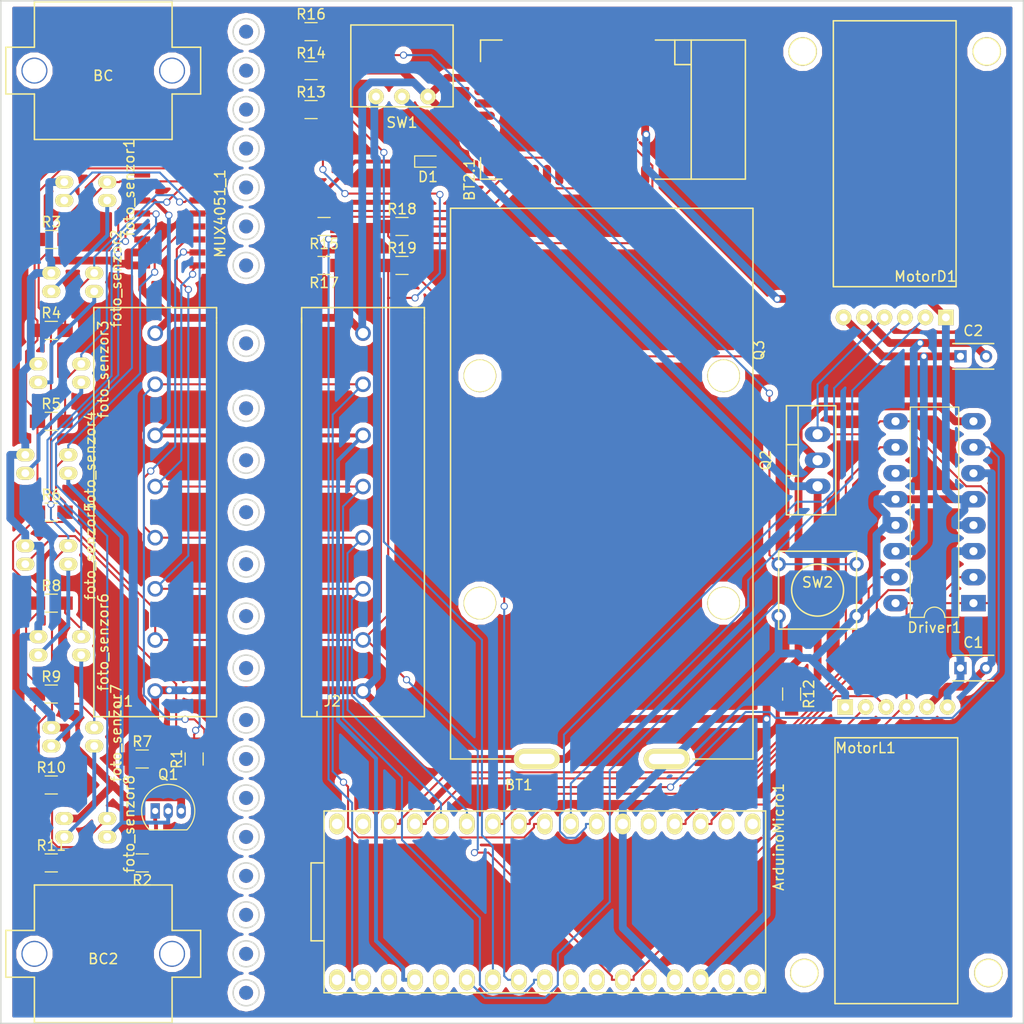
<source format=kicad_pcb>
(kicad_pcb (version 4) (host pcbnew 4.0.5)
  (layers (0 F.Cu signal) (31 B.Cu signal) (34 B.Paste user) (35 F.Paste user) (36 B.SilkS user) (37 F.SilkS user) (38 B.Mask user) (39 F.Mask user) (44 Edge.Cuts user))
  (net 0 "")
  (net 1 "Net-(ArduinoMicro1-Pad1)")
  (net 2 "Net-(ArduinoMicro1-Pad2)")
  (net 3 /ENKAL)
  (net 4 /ENKBL)
  (net 5 "Net-(ArduinoMicro1-Pad5)")
  (net 6 GND)
  (net 7 /ENKAD)
  (net 8 /ENKBD)
  (net 9 /ON/OFF)
  (net 10 /PMWL1)
  (net 11 /PMWL2)
  (net 12 /A1)
  (net 13 /B1)
  (net 14 /PMWL3)
  (net 15 /PMWL4)
  (net 16 /BTTX)
  (net 17 +3V3)
  (net 18 "Net-(ArduinoMicro1-Pad20)")
  (net 19 /MUX1)
  (net 20 /TIP)
  (net 21 /BAT)
  (net 22 /BTRX)
  (net 23 /C1)
  (net 24 "Net-(ArduinoMicro1-Pad27)")
  (net 25 "Net-(ArduinoMicro1-Pad28)")
  (net 26 +5V)
  (net 27 "Net-(ArduinoMicro1-Pad30)")
  (net 28 +9V)
  (net 29 "Net-(ArduinoMicro1-Pad33)")
  (net 30 "Net-(ArduinoMicro1-Pad34)")
  (net 31 "Net-(BT2.1-Pad2)")
  (net 32 "Net-(BT2.1-Pad3)")
  (net 33 "Net-(BT2.1-Pad4)")
  (net 34 "Net-(BT2.1-Pad5)")
  (net 35 "Net-(BT2.1-Pad6)")
  (net 36 "Net-(BT2.1-Pad7)")
  (net 37 "Net-(BT2.1-Pad8)")
  (net 38 "Net-(BT2.1-Pad9)")
  (net 39 "Net-(BT2.1-Pad10)")
  (net 40 "Net-(BT2.1-Pad35)")
  (net 41 "Net-(BT2.1-Pad34)")
  (net 42 "Net-(BT2.1-Pad33)")
  (net 43 "Net-(BT2.1-Pad32)")
  (net 44 "Net-(BT2.1-Pad31)")
  (net 45 "Net-(BT2.1-Pad30)")
  (net 46 "Net-(BT2.1-Pad13)")
  (net 47 "Net-(BT2.1-Pad14)")
  (net 48 "Net-(BT2.1-Pad15)")
  (net 49 "Net-(BT2.1-Pad16)")
  (net 50 "Net-(BT2.1-Pad17)")
  (net 51 "Net-(BT2.1-Pad18)")
  (net 52 "Net-(BT2.1-Pad19)")
  (net 53 "Net-(BT2.1-Pad20)")
  (net 54 "Net-(BT2.1-Pad21)")
  (net 55 "Net-(BT2.1-Pad22)")
  (net 56 "Net-(BT2.1-Pad23)")
  (net 57 "Net-(BT2.1-Pad24)")
  (net 58 "Net-(D1-Pad1)")
  (net 59 "Net-(C1-Pad1)")
  (net 60 "Net-(C2-Pad2)")
  (net 61 "Net-(C1-Pad2)")
  (net 62 "Net-(C2-Pad1)")
  (net 63 "Net-(R1-Pad2)")
  (net 64 "Net-(foto_senzor1-Pad2)")
  (net 65 /FS1)
  (net 66 "Net-(foto_senzor2-Pad2)")
  (net 67 /FS2)
  (net 68 "Net-(foto_senzor3-Pad2)")
  (net 69 /FS3)
  (net 70 "Net-(Q1-Pad2)")
  (net 71 /FS4)
  (net 72 "Net-(R7-Pad2)")
  (net 73 "Net-(foto_senzor5-Pad2)")
  (net 74 /FS5)
  (net 75 "Net-(foto_senzor6-Pad2)")
  (net 76 /FS6)
  (net 77 "Net-(foto_senzor7-Pad2)")
  (net 78 /FS7)
  (net 79 /FS8)
  (net 80 "Net-(Q1-Pad1)")
  (net 81 "Net-(Q2-Pad1)")
  (net 82 "Net-(ArduinoMicro1-Pad17)")
  (net 83 "Net-(ArduinoMicro1-Pad18)")
  (net 84 "Net-(ArduinoMicro1-Pad22)")
  (module robot:ArduinoMicro (layer F.Cu) (at 170.18 121.92 270)
    (fp_text reference ArduinoMicro1 (at 1.27 -2.54 270) (layer F.SilkS))
    (fp_text value Arduino_Micro)
    (pad 1 thru_hole oval (at 0 0 270) (size 2.032 1.524) (drill 1.016) (layers *.Cu *.Mask F.SilkS) (net 1 "Net-(ArduinoMicro1-Pad1)"))
    (pad 2 thru_hole oval (at 0 2.54 270) (size 2.032 1.524) (drill 1.016) (layers *.Cu *.Mask F.SilkS) (net 2 "Net-(ArduinoMicro1-Pad2)"))
    (pad 3 thru_hole oval (at 0 5.08 270) (size 2.032 1.524) (drill 1.016) (layers *.Cu *.Mask F.SilkS) (net 3 /ENKAL))
    (pad 4 thru_hole oval (at 0 7.62 270) (size 2.032 1.524) (drill 1.016) (layers *.Cu *.Mask F.SilkS) (net 4 /ENKBL))
    (pad 5 thru_hole oval (at 0 10.16 270) (size 2.032 1.524) (drill 1.016) (layers *.Cu *.Mask F.SilkS) (net 5 "Net-(ArduinoMicro1-Pad5)"))
    (pad 6 thru_hole oval (at 0 12.7 270) (size 2.032 1.524) (drill 1.016) (layers *.Cu *.Mask F.SilkS) (net 6 GND))
    (pad 7 thru_hole oval (at 0 15.24 270) (size 2.032 1.524) (drill 1.016) (layers *.Cu *.Mask F.SilkS) (net 7 /ENKAD))
    (pad 8 thru_hole oval (at 0 17.78 270) (size 2.032 1.524) (drill 1.016) (layers *.Cu *.Mask F.SilkS) (net 8 /ENKBD))
    (pad 9 thru_hole oval (at 0 20.32 270) (size 2.032 1.524) (drill 1.016) (layers *.Cu *.Mask F.SilkS) (net 9 /ON/OFF))
    (pad 10 thru_hole oval (at 0 22.86 270) (size 2.032 1.524) (drill 1.016) (layers *.Cu *.Mask F.SilkS) (net 10 /PMWL1))
    (pad 11 thru_hole oval (at 0 25.4 270) (size 2.032 1.524) (drill 1.016) (layers *.Cu *.Mask F.SilkS) (net 11 /PMWL2))
    (pad 12 thru_hole oval (at 0 27.94 270) (size 2.032 1.524) (drill 1.016) (layers *.Cu *.Mask F.SilkS) (net 12 /A1))
    (pad 13 thru_hole oval (at 0 30.48 270) (size 2.032 1.524) (drill 1.016) (layers *.Cu *.Mask F.SilkS) (net 13 /B1))
    (pad 14 thru_hole oval (at 0 33.02 270) (size 2.032 1.524) (drill 1.016) (layers *.Cu *.Mask F.SilkS) (net 14 /PMWL3))
    (pad 15 thru_hole oval (at 0 35.56 270) (size 2.032 1.524) (drill 1.016) (layers *.Cu *.Mask F.SilkS) (net 15 /PMWL4))
    (pad 16 thru_hole oval (at 0 38.1 270) (size 2.032 1.524) (drill 1.016) (layers *.Cu *.Mask F.SilkS) (net 16 /BTTX))
    (pad 17 thru_hole oval (at 0 40.64 270) (size 2.032 1.524) (drill 1.016) (layers *.Cu *.Mask F.SilkS) (net 82 "Net-(ArduinoMicro1-Pad17)"))
    (pad 18 thru_hole oval (at 15.24 40.64 270) (size 2.032 1.524) (drill 1.016) (layers *.Cu *.Mask F.SilkS) (net 83 "Net-(ArduinoMicro1-Pad18)"))
    (pad 19 thru_hole oval (at 15.24 38.1 270) (size 2.032 1.524) (drill 1.016) (layers *.Cu *.Mask F.SilkS) (net 17 +3V3))
    (pad 20 thru_hole oval (at 15.24 35.56 270) (size 2.032 1.524) (drill 1.016) (layers *.Cu *.Mask F.SilkS) (net 18 "Net-(ArduinoMicro1-Pad20)"))
    (pad 21 thru_hole oval (at 15.24 33.02 270) (size 2.032 1.524) (drill 1.016) (layers *.Cu *.Mask F.SilkS) (net 19 /MUX1))
    (pad 22 thru_hole oval (at 15.24 30.48 270) (size 2.032 1.524) (drill 1.016) (layers *.Cu *.Mask F.SilkS) (net 84 "Net-(ArduinoMicro1-Pad22)"))
    (pad 23 thru_hole oval (at 15.24 27.94 270) (size 2.032 1.524) (drill 1.016) (layers *.Cu *.Mask F.SilkS) (net 20 /TIP))
    (pad 24 thru_hole oval (at 15.24 25.4 270) (size 2.032 1.524) (drill 1.016) (layers *.Cu *.Mask F.SilkS) (net 21 /BAT))
    (pad 25 thru_hole oval (at 15.24 22.86 270) (size 2.032 1.524) (drill 1.016) (layers *.Cu *.Mask F.SilkS) (net 22 /BTRX))
    (pad 26 thru_hole oval (at 15.24 20.32 270) (size 2.032 1.524) (drill 1.016) (layers *.Cu *.Mask F.SilkS) (net 23 /C1))
    (pad 27 thru_hole oval (at 15.24 17.78 270) (size 2.032 1.524) (drill 1.016) (layers *.Cu *.Mask F.SilkS) (net 24 "Net-(ArduinoMicro1-Pad27)"))
    (pad 28 thru_hole oval (at 15.24 15.24 270) (size 2.032 1.524) (drill 1.016) (layers *.Cu *.Mask F.SilkS) (net 25 "Net-(ArduinoMicro1-Pad28)"))
    (pad 29 thru_hole oval (at 15.24 12.7 270) (size 2.032 1.524) (drill 1.016) (layers *.Cu *.Mask F.SilkS) (net 26 +5V))
    (pad 30 thru_hole oval (at 15.24 10.16 270) (size 2.032 1.524) (drill 1.016) (layers *.Cu *.Mask F.SilkS) (net 27 "Net-(ArduinoMicro1-Pad30)"))
    (pad 31 thru_hole oval (at 15.24 7.62 270) (size 2.032 1.524) (drill 1.016) (layers *.Cu *.Mask F.SilkS) (net 6 GND))
    (pad 32 thru_hole oval (at 15.24 5.08 270) (size 2.032 1.524) (drill 1.016) (layers *.Cu *.Mask F.SilkS) (net 28 +9V))
    (pad 33 thru_hole oval (at 15.24 2.54 270) (size 2.032 1.524) (drill 1.016) (layers *.Cu *.Mask F.SilkS) (net 29 "Net-(ArduinoMicro1-Pad33)"))
    (pad 34 thru_hole oval (at 15.24 0 270) (size 2.032 1.524) (drill 1.016) (layers *.Cu *.Mask F.SilkS) (net 30 "Net-(ArduinoMicro1-Pad34)"))
  )
  (module robot:Battery (layer F.Cu) (at 143.51 115.57)
    (fp_text reference BT1 (at 3.81 2.54) (layer F.SilkS))
    (fp_text value BATTERY)
    (pad 1 thru_hole oval (at 5.565 0) (size 4.5 2) (drill oval 3.5 1) (layers *.Cu *.Mask F.SilkS) (net 28 +9V))
    (pad 2 thru_hole oval (at 18.265 0) (size 4.5 2) (drill oval 3.5 1) (layers *.Cu *.Mask F.SilkS) (net 6 GND))
    (pad "" thru_hole circle (at 0 -15.24) (size 3.2 3.2) (drill 3) (layers *.Cu *.Mask F.SilkS))
    (pad "" thru_hole circle (at 23.83 -15.24) (size 3.2 3.2) (drill 3) (layers *.Cu *.Mask F.SilkS))
    (pad "" thru_hole circle (at 0 -37.47) (size 3.2 3.2) (drill 3) (layers *.Cu *.Mask F.SilkS))
    (pad "" thru_hole circle (at 23.83 -37.47) (size 3.2 3.2) (drill 3) (layers *.Cu *.Mask F.SilkS))
  )
  (module RF_Modules:RN42 (layer F.Cu) (at 153.67 52.07 270)
    (fp_text reference BT2.1 (at 6.858 11.176 270) (layer F.SilkS))
    (fp_text value RN-42)
    (pad 1 smd oval (at -6.4 -6 270) (size 2 0.8) (layers F.Cu F.Paste F.Mask) (net 6 GND))
    (pad 2 smd oval (at -6.4 -4.8 270) (size 2 0.8) (layers F.Cu F.Paste F.Mask) (net 31 "Net-(BT2.1-Pad2)"))
    (pad 3 smd oval (at -6.4 -3.6 270) (size 2 0.8) (layers F.Cu F.Paste F.Mask) (net 32 "Net-(BT2.1-Pad3)"))
    (pad 4 smd oval (at -6.4 -2.4 270) (size 2 0.8) (layers F.Cu F.Paste F.Mask) (net 33 "Net-(BT2.1-Pad4)"))
    (pad 5 smd oval (at -6.4 -1.2 270) (size 2 0.8) (layers F.Cu F.Paste F.Mask) (net 34 "Net-(BT2.1-Pad5)"))
    (pad 6 smd oval (at -6.4 0 270) (size 2 0.8) (layers F.Cu F.Paste F.Mask) (net 35 "Net-(BT2.1-Pad6)"))
    (pad 7 smd oval (at -6.4 1.2 270) (size 2 0.8) (layers F.Cu F.Paste F.Mask) (net 36 "Net-(BT2.1-Pad7)"))
    (pad 8 smd oval (at -6.4 2.4 270) (size 2 0.8) (layers F.Cu F.Paste F.Mask) (net 37 "Net-(BT2.1-Pad8)"))
    (pad 9 smd oval (at -6.4 3.6 270) (size 2 0.8) (layers F.Cu F.Paste F.Mask) (net 38 "Net-(BT2.1-Pad9)"))
    (pad 10 smd oval (at -6.4 4.8 270) (size 2 0.8) (layers F.Cu F.Paste F.Mask) (net 39 "Net-(BT2.1-Pad10)"))
    (pad 11 smd oval (at -6.4 6 270) (size 2 0.8) (layers F.Cu F.Paste F.Mask) (net 17 +3V3))
    (pad 12 smd oval (at -6.4 7.2 270) (size 2 0.8) (layers F.Cu F.Paste F.Mask) (net 6 GND))
    (pad 35 smd oval (at -4.1 9.7) (size 2 0.8) (layers F.Cu F.Paste F.Mask) (net 40 "Net-(BT2.1-Pad35)"))
    (pad 29 smd oval (at -3.1 9.7) (size 2 0.8) (layers F.Cu F.Paste F.Mask) (net 6 GND))
    (pad 34 smd oval (at -1.8 9.7) (size 2 0.8) (layers F.Cu F.Paste F.Mask) (net 41 "Net-(BT2.1-Pad34)"))
    (pad 33 smd oval (at -0.6 9.7) (size 2 0.8) (layers F.Cu F.Paste F.Mask) (net 42 "Net-(BT2.1-Pad33)"))
    (pad 32 smd oval (at 0.6 9.7) (size 2 0.8) (layers F.Cu F.Paste F.Mask) (net 43 "Net-(BT2.1-Pad32)"))
    (pad 31 smd oval (at 1.8 9.7) (size 2 0.8) (layers F.Cu F.Paste F.Mask) (net 44 "Net-(BT2.1-Pad31)"))
    (pad 28 smd oval (at 3.1 9.7) (size 2 0.8) (layers F.Cu F.Paste F.Mask) (net 6 GND))
    (pad 30 smd oval (at 4.1 9.7) (size 2 0.8) (layers F.Cu F.Paste F.Mask) (net 45 "Net-(BT2.1-Pad30)"))
    (pad 13 smd oval (at 6.4 7.2 270) (size 2 0.8) (layers F.Cu F.Paste F.Mask) (net 46 "Net-(BT2.1-Pad13)"))
    (pad 14 smd oval (at 6.4 6 270) (size 2 0.8) (layers F.Cu F.Paste F.Mask) (net 47 "Net-(BT2.1-Pad14)"))
    (pad 15 smd oval (at 6.4 4.8 270) (size 2 0.8) (layers F.Cu F.Paste F.Mask) (net 48 "Net-(BT2.1-Pad15)"))
    (pad 16 smd oval (at 6.4 3.6 270) (size 2 0.8) (layers F.Cu F.Paste F.Mask) (net 49 "Net-(BT2.1-Pad16)"))
    (pad 17 smd oval (at 6.4 2.4 270) (size 2 0.8) (layers F.Cu F.Paste F.Mask) (net 50 "Net-(BT2.1-Pad17)"))
    (pad 18 smd oval (at 6.4 1.2 270) (size 2 0.8) (layers F.Cu F.Paste F.Mask) (net 51 "Net-(BT2.1-Pad18)"))
    (pad 19 smd oval (at 6.4 0 270) (size 2 0.8) (layers F.Cu F.Paste F.Mask) (net 52 "Net-(BT2.1-Pad19)"))
    (pad 20 smd oval (at 6.4 -1.2 270) (size 2 0.8) (layers F.Cu F.Paste F.Mask) (net 53 "Net-(BT2.1-Pad20)"))
    (pad 21 smd oval (at 6.4 -2.4 270) (size 2 0.8) (layers F.Cu F.Paste F.Mask) (net 54 "Net-(BT2.1-Pad21)"))
    (pad 22 smd oval (at 6.4 -3.6 270) (size 2 0.8) (layers F.Cu F.Paste F.Mask) (net 55 "Net-(BT2.1-Pad22)"))
    (pad 23 smd oval (at 6.4 -4.8 270) (size 2 0.8) (layers F.Cu F.Paste F.Mask) (net 56 "Net-(BT2.1-Pad23)"))
    (pad 24 smd oval (at 6.4 -6 270) (size 2 0.8) (layers F.Cu F.Paste F.Mask) (net 57 "Net-(BT2.1-Pad24)"))
    (pad 36 smd rect (at -5.6 9.3 270) (size 1.8 1) (layers F.Cu F.Paste F.Mask))
    (pad 36 smd rect (at 5.6 9.3 270) (size 1.8 1) (layers F.Cu F.Paste F.Mask))
    (pad 36 smd rect (at 5.6 -9.7 270) (size 1.8 1) (layers F.Cu F.Paste F.Mask))
    (pad 36 smd rect (at -5.6 -9.7 270) (size 1.8 1) (layers F.Cu F.Paste F.Mask))
  )
  (module Diodes_SMD:D_0603 (layer F.Cu) (at 138.43 57.15)
    (fp_text reference D1 (at 0 1.5) (layer F.SilkS))
    (fp_text value LED_M)
    (pad 1 smd rect (at -0.85 0) (size 0.6 0.8) (layers F.Cu F.Paste F.Mask) (net 58 "Net-(D1-Pad1)"))
    (pad 2 smd rect (at 0.85 0) (size 0.6 0.8) (layers F.Cu F.Paste F.Mask) (net 52 "Net-(BT2.1-Pad19)"))
  )
  (module Housings_DIP:DIP-16_W7.62mm_LongPads (layer F.Cu) (at 191.77 100.33 180)
    (fp_text reference Driver1 (at 3.81 -2.39 180) (layer F.SilkS))
    (fp_text value L293)
    (pad 1 thru_hole rect (at 0 0 180) (size 2.4 1.6) (drill 0.8) (layers *.Cu *.Mask) (net 26 +5V))
    (pad 9 thru_hole oval (at 7.62 17.78 180) (size 2.4 1.6) (drill 0.8) (layers *.Cu *.Mask) (net 26 +5V))
    (pad 2 thru_hole oval (at 0 2.54 180) (size 2.4 1.6) (drill 0.8) (layers *.Cu *.Mask) (net 10 /PMWL1))
    (pad 10 thru_hole oval (at 7.62 15.24 180) (size 2.4 1.6) (drill 0.8) (layers *.Cu *.Mask) (net 15 /PMWL4))
    (pad 3 thru_hole oval (at 0 5.08 180) (size 2.4 1.6) (drill 0.8) (layers *.Cu *.Mask) (net 59 "Net-(C1-Pad1)"))
    (pad 11 thru_hole oval (at 7.62 12.7 180) (size 2.4 1.6) (drill 0.8) (layers *.Cu *.Mask) (net 60 "Net-(C2-Pad2)"))
    (pad 4 thru_hole oval (at 0 7.62 180) (size 2.4 1.6) (drill 0.8) (layers *.Cu *.Mask) (net 6 GND))
    (pad 12 thru_hole oval (at 7.62 10.16 180) (size 2.4 1.6) (drill 0.8) (layers *.Cu *.Mask) (net 6 GND))
    (pad 5 thru_hole oval (at 0 10.16 180) (size 2.4 1.6) (drill 0.8) (layers *.Cu *.Mask) (net 6 GND))
    (pad 13 thru_hole oval (at 7.62 7.62 180) (size 2.4 1.6) (drill 0.8) (layers *.Cu *.Mask) (net 6 GND))
    (pad 6 thru_hole oval (at 0 12.7 180) (size 2.4 1.6) (drill 0.8) (layers *.Cu *.Mask) (net 61 "Net-(C1-Pad2)"))
    (pad 14 thru_hole oval (at 7.62 5.08 180) (size 2.4 1.6) (drill 0.8) (layers *.Cu *.Mask) (net 62 "Net-(C2-Pad1)"))
    (pad 7 thru_hole oval (at 0 15.24 180) (size 2.4 1.6) (drill 0.8) (layers *.Cu *.Mask) (net 11 /PMWL2))
    (pad 15 thru_hole oval (at 7.62 2.54 180) (size 2.4 1.6) (drill 0.8) (layers *.Cu *.Mask) (net 14 /PMWL3))
    (pad 8 thru_hole oval (at 0 17.78 180) (size 2.4 1.6) (drill 0.8) (layers *.Cu *.Mask) (net 28 +9V))
    (pad 16 thru_hole oval (at 7.62 0 180) (size 2.4 1.6) (drill 0.8) (layers *.Cu *.Mask) (net 26 +5V))
  )
  (module robot:QRE1113 (layer F.Cu) (at 102.87 60.96 90)
    (fp_text reference foto_senzor1 (at 1.27 6.35 90) (layer F.SilkS))
    (fp_text value QRE1113)
    (pad 1 thru_hole oval (at 0 0 90) (size 1.27 1.778) (drill 0.762) (layers *.Cu *.Mask F.SilkS) (net 63 "Net-(R1-Pad2)"))
    (pad 2 thru_hole oval (at 0 4.2 90) (size 1.27 1.778) (drill 0.762) (layers *.Cu *.Mask F.SilkS) (net 64 "Net-(foto_senzor1-Pad2)"))
    (pad 3 thru_hole oval (at 1.8 4.2 90) (size 1.27 1.778) (drill 0.762) (layers *.Cu *.Mask F.SilkS) (net 65 /FS1))
    (pad 4 thru_hole oval (at 1.8 0 90) (size 1.27 1.778) (drill 0.762) (layers *.Cu *.Mask F.SilkS) (net 6 GND))
  )
  (module robot:QRE1113 (layer F.Cu) (at 101.6 69.85 90)
    (fp_text reference foto_senzor2 (at 1.27 6.35 90) (layer F.SilkS))
    (fp_text value QRE1113)
    (pad 1 thru_hole oval (at 0 0 90) (size 1.27 1.778) (drill 0.762) (layers *.Cu *.Mask F.SilkS) (net 64 "Net-(foto_senzor1-Pad2)"))
    (pad 2 thru_hole oval (at 0 4.2 90) (size 1.27 1.778) (drill 0.762) (layers *.Cu *.Mask F.SilkS) (net 66 "Net-(foto_senzor2-Pad2)"))
    (pad 3 thru_hole oval (at 1.8 4.2 90) (size 1.27 1.778) (drill 0.762) (layers *.Cu *.Mask F.SilkS) (net 67 /FS2))
    (pad 4 thru_hole oval (at 1.8 0 90) (size 1.27 1.778) (drill 0.762) (layers *.Cu *.Mask F.SilkS) (net 6 GND))
  )
  (module robot:QRE1113 (layer F.Cu) (at 100.33 78.74 90)
    (fp_text reference foto_senzor3 (at 1.27 6.35 90) (layer F.SilkS))
    (fp_text value QRE1113)
    (pad 1 thru_hole oval (at 0 0 90) (size 1.27 1.778) (drill 0.762) (layers *.Cu *.Mask F.SilkS) (net 66 "Net-(foto_senzor2-Pad2)"))
    (pad 2 thru_hole oval (at 0 4.2 90) (size 1.27 1.778) (drill 0.762) (layers *.Cu *.Mask F.SilkS) (net 68 "Net-(foto_senzor3-Pad2)"))
    (pad 3 thru_hole oval (at 1.8 4.2 90) (size 1.27 1.778) (drill 0.762) (layers *.Cu *.Mask F.SilkS) (net 69 /FS3))
    (pad 4 thru_hole oval (at 1.8 0 90) (size 1.27 1.778) (drill 0.762) (layers *.Cu *.Mask F.SilkS) (net 6 GND))
  )
  (module robot:QRE1113 (layer F.Cu) (at 99.06 87.63 90)
    (fp_text reference foto_senzor4 (at 1.27 6.35 90) (layer F.SilkS))
    (fp_text value QRE1113)
    (pad 1 thru_hole oval (at 0 0 90) (size 1.27 1.778) (drill 0.762) (layers *.Cu *.Mask F.SilkS) (net 68 "Net-(foto_senzor3-Pad2)"))
    (pad 2 thru_hole oval (at 0 4.2 90) (size 1.27 1.778) (drill 0.762) (layers *.Cu *.Mask F.SilkS) (net 70 "Net-(Q1-Pad2)"))
    (pad 3 thru_hole oval (at 1.8 4.2 90) (size 1.27 1.778) (drill 0.762) (layers *.Cu *.Mask F.SilkS) (net 71 /FS4))
    (pad 4 thru_hole oval (at 1.8 0 90) (size 1.27 1.778) (drill 0.762) (layers *.Cu *.Mask F.SilkS) (net 6 GND))
  )
  (module robot:QRE1113 (layer F.Cu) (at 99.06 96.52 90)
    (fp_text reference foto_senzor5 (at 1.27 6.35 90) (layer F.SilkS))
    (fp_text value QRE1113)
    (pad 1 thru_hole oval (at 0 0 90) (size 1.27 1.778) (drill 0.762) (layers *.Cu *.Mask F.SilkS) (net 72 "Net-(R7-Pad2)"))
    (pad 2 thru_hole oval (at 0 4.2 90) (size 1.27 1.778) (drill 0.762) (layers *.Cu *.Mask F.SilkS) (net 73 "Net-(foto_senzor5-Pad2)"))
    (pad 3 thru_hole oval (at 1.8 4.2 90) (size 1.27 1.778) (drill 0.762) (layers *.Cu *.Mask F.SilkS) (net 74 /FS5))
    (pad 4 thru_hole oval (at 1.8 0 90) (size 1.27 1.778) (drill 0.762) (layers *.Cu *.Mask F.SilkS) (net 6 GND))
  )
  (module robot:QRE1113 (layer F.Cu) (at 100.33 105.41 90)
    (fp_text reference foto_senzor6 (at 1.27 6.35 90) (layer F.SilkS))
    (fp_text value QRE1113)
    (pad 1 thru_hole oval (at 0 0 90) (size 1.27 1.778) (drill 0.762) (layers *.Cu *.Mask F.SilkS) (net 73 "Net-(foto_senzor5-Pad2)"))
    (pad 2 thru_hole oval (at 0 4.2 90) (size 1.27 1.778) (drill 0.762) (layers *.Cu *.Mask F.SilkS) (net 75 "Net-(foto_senzor6-Pad2)"))
    (pad 3 thru_hole oval (at 1.8 4.2 90) (size 1.27 1.778) (drill 0.762) (layers *.Cu *.Mask F.SilkS) (net 76 /FS6))
    (pad 4 thru_hole oval (at 1.8 0 90) (size 1.27 1.778) (drill 0.762) (layers *.Cu *.Mask F.SilkS) (net 6 GND))
  )
  (module robot:QRE1113 (layer F.Cu) (at 101.6 114.3 90)
    (fp_text reference foto_senzor7 (at 1.27 6.35 90) (layer F.SilkS))
    (fp_text value QRE1113)
    (pad 1 thru_hole oval (at 0 0 90) (size 1.27 1.778) (drill 0.762) (layers *.Cu *.Mask F.SilkS) (net 75 "Net-(foto_senzor6-Pad2)"))
    (pad 2 thru_hole oval (at 0 4.2 90) (size 1.27 1.778) (drill 0.762) (layers *.Cu *.Mask F.SilkS) (net 77 "Net-(foto_senzor7-Pad2)"))
    (pad 3 thru_hole oval (at 1.8 4.2 90) (size 1.27 1.778) (drill 0.762) (layers *.Cu *.Mask F.SilkS) (net 78 /FS7))
    (pad 4 thru_hole oval (at 1.8 0 90) (size 1.27 1.778) (drill 0.762) (layers *.Cu *.Mask F.SilkS) (net 6 GND))
  )
  (module robot:QRE1113 (layer F.Cu) (at 102.87 123.19 90)
    (fp_text reference foto_senzor8 (at 1.27 6.35 90) (layer F.SilkS))
    (fp_text value QRE1113)
    (pad 1 thru_hole oval (at 0 0 90) (size 1.27 1.778) (drill 0.762) (layers *.Cu *.Mask F.SilkS) (net 77 "Net-(foto_senzor7-Pad2)"))
    (pad 2 thru_hole oval (at 0 4.2 90) (size 1.27 1.778) (drill 0.762) (layers *.Cu *.Mask F.SilkS) (net 70 "Net-(Q1-Pad2)"))
    (pad 3 thru_hole oval (at 1.8 4.2 90) (size 1.27 1.778) (drill 0.762) (layers *.Cu *.Mask F.SilkS) (net 79 /FS8))
    (pad 4 thru_hole oval (at 1.8 0 90) (size 1.27 1.778) (drill 0.762) (layers *.Cu *.Mask F.SilkS) (net 6 GND))
  )
  (module robot:ST_1x8 (layer F.Cu) (at 111.76 91.43)
    (fp_text reference J1 (at -3 18.5) (layer F.SilkS))
    (fp_text value ST_1x08)
    (pad 1 thru_hole circle (at 0 -17.5) (size 1.524 1.524) (drill 1) (layers *.Cu *.Mask) (net 6 GND))
    (pad 2 thru_hole circle (at 0 -12.5) (size 1.524 1.524) (drill 1) (layers *.Cu *.Mask) (net 9 /ON/OFF))
    (pad 3 thru_hole circle (at 0 -7.5) (size 1.524 1.524) (drill 1) (layers *.Cu *.Mask) (net 19 /MUX1))
    (pad 4 thru_hole circle (at 0 -2.5) (size 1.524 1.524) (drill 1) (layers *.Cu *.Mask) (net 23 /C1))
    (pad 5 thru_hole circle (at 0 2.5) (size 1.524 1.524) (drill 1) (layers *.Cu *.Mask) (net 13 /B1))
    (pad 6 thru_hole circle (at 0 7.5) (size 1.524 1.524) (drill 1) (layers *.Cu *.Mask) (net 12 /A1))
    (pad 7 thru_hole circle (at 0 12.5) (size 1.524 1.524) (drill 1) (layers *.Cu *.Mask) (net 26 +5V))
    (pad 8 thru_hole circle (at 0 17.5) (size 1.524 1.524) (drill 1) (layers *.Cu *.Mask) (net 28 +9V))
  )
  (module robot:ST_1x8 (layer F.Cu) (at 132.08 91.43)
    (fp_text reference J2 (at -3 18.5) (layer F.SilkS))
    (fp_text value ST_1x08)
    (pad 1 thru_hole circle (at 0 -17.5) (size 1.524 1.524) (drill 1) (layers *.Cu *.Mask) (net 6 GND))
    (pad 2 thru_hole circle (at 0 -12.5) (size 1.524 1.524) (drill 1) (layers *.Cu *.Mask) (net 9 /ON/OFF))
    (pad 3 thru_hole circle (at 0 -7.5) (size 1.524 1.524) (drill 1) (layers *.Cu *.Mask) (net 19 /MUX1))
    (pad 4 thru_hole circle (at 0 -2.5) (size 1.524 1.524) (drill 1) (layers *.Cu *.Mask) (net 23 /C1))
    (pad 5 thru_hole circle (at 0 2.5) (size 1.524 1.524) (drill 1) (layers *.Cu *.Mask) (net 13 /B1))
    (pad 6 thru_hole circle (at 0 7.5) (size 1.524 1.524) (drill 1) (layers *.Cu *.Mask) (net 12 /A1))
    (pad 7 thru_hole circle (at 0 12.5) (size 1.524 1.524) (drill 1) (layers *.Cu *.Mask) (net 26 +5V))
    (pad 8 thru_hole circle (at 0 17.5) (size 1.524 1.524) (drill 1) (layers *.Cu *.Mask) (net 28 +9V))
  )
  (module robot:Motor (layer F.Cu) (at 179.07 72.39)
    (fp_text reference MotorD1 (at 8 -4) (layer F.SilkS))
    (fp_text value MicrGearMotor2)
    (pad 1 thru_hole circle (at 0 0) (size 1.524 1.524) (drill 0.762) (layers *.Cu *.Mask F.SilkS) (net 62 "Net-(C2-Pad1)"))
    (pad 2 thru_hole circle (at 2 0) (size 1.524 1.524) (drill 0.762) (layers *.Cu *.Mask F.SilkS) (net 60 "Net-(C2-Pad2)"))
    (pad 3 thru_hole circle (at 4 0) (size 1.524 1.524) (drill 0.762) (layers *.Cu *.Mask F.SilkS) (net 26 +5V))
    (pad 4 thru_hole circle (at 6 0) (size 1.524 1.524) (drill 0.762) (layers *.Cu *.Mask F.SilkS) (net 7 /ENKAD))
    (pad 5 thru_hole circle (at 8 0) (size 1.524 1.524) (drill 0.762) (layers *.Cu *.Mask F.SilkS) (net 8 /ENKBD))
    (pad 6 thru_hole rect (at 10 0) (size 1.524 1.524) (drill 0.762) (layers *.Cu *.Mask F.SilkS) (net 6 GND))
    (pad "" thru_hole circle (at -4 -26) (size 2.794 2.794) (drill 2.54) (layers *.Cu *.Mask F.SilkS))
    (pad "" thru_hole circle (at 14 -26) (size 2.794 2.794) (drill 2.54) (layers *.Cu *.Mask F.SilkS))
  )
  (module robot:Motor (layer F.Cu) (at 189.23 110.49 180)
    (fp_text reference MotorL1 (at 8 -4 180) (layer F.SilkS))
    (fp_text value MicroGearMotor)
    (pad 1 thru_hole circle (at 0 0 180) (size 1.524 1.524) (drill 0.762) (layers *.Cu *.Mask F.SilkS) (net 59 "Net-(C1-Pad1)"))
    (pad 2 thru_hole circle (at 2 0 180) (size 1.524 1.524) (drill 0.762) (layers *.Cu *.Mask F.SilkS) (net 61 "Net-(C1-Pad2)"))
    (pad 3 thru_hole circle (at 4 0 180) (size 1.524 1.524) (drill 0.762) (layers *.Cu *.Mask F.SilkS) (net 26 +5V))
    (pad 4 thru_hole circle (at 6 0 180) (size 1.524 1.524) (drill 0.762) (layers *.Cu *.Mask F.SilkS) (net 4 /ENKBL))
    (pad 5 thru_hole circle (at 8 0 180) (size 1.524 1.524) (drill 0.762) (layers *.Cu *.Mask F.SilkS) (net 3 /ENKAL))
    (pad 6 thru_hole rect (at 10 0 180) (size 1.524 1.524) (drill 0.762) (layers *.Cu *.Mask F.SilkS) (net 6 GND))
    (pad "" thru_hole circle (at -4 -26 180) (size 2.794 2.794) (drill 2.54) (layers *.Cu *.Mask F.SilkS))
    (pad "" thru_hole circle (at 14 -26 180) (size 2.794 2.794) (drill 2.54) (layers *.Cu *.Mask F.SilkS))
  )
  (module robot:CD4051 (layer F.Cu) (at 110.49 58.42 270)
    (fp_text reference MUX4051_1 (at 3.81 -7.62 270) (layer F.SilkS))
    (fp_text value CD4051)
    (pad 1 smd rect (at 0 0 270) (size 0.6 1.55) (layers F.Cu F.Paste F.Mask) (net 74 /FS5))
    (pad 2 smd rect (at 1.27 0 270) (size 0.6 1.55) (layers F.Cu F.Paste F.Mask) (net 78 /FS7))
    (pad 3 smd rect (at 2.54 0 270) (size 0.6 1.55) (layers F.Cu F.Paste F.Mask) (net 19 /MUX1))
    (pad 4 smd rect (at 3.81 0 270) (size 0.6 1.55) (layers F.Cu F.Paste F.Mask) (net 79 /FS8))
    (pad 5 smd rect (at 5.08 0 270) (size 0.6 1.55) (layers F.Cu F.Paste F.Mask) (net 76 /FS6))
    (pad 6 smd rect (at 6.35 0 270) (size 0.6 1.55) (layers F.Cu F.Paste F.Mask) (net 6 GND))
    (pad 7 smd rect (at 7.62 0 270) (size 0.6 1.55) (layers F.Cu F.Paste F.Mask) (net 6 GND))
    (pad 8 smd rect (at 8.89 0 270) (size 0.6 1.55) (layers F.Cu F.Paste F.Mask) (net 6 GND))
    (pad 9 smd rect (at 8.89 -5.4 270) (size 0.6 1.55) (layers F.Cu F.Paste F.Mask) (net 23 /C1))
    (pad 10 smd rect (at 7.62 -5.4 270) (size 0.6 1.55) (layers F.Cu F.Paste F.Mask) (net 13 /B1))
    (pad 11 smd rect (at 6.35 -5.4 270) (size 0.6 1.55) (layers F.Cu F.Paste F.Mask) (net 12 /A1))
    (pad 12 smd rect (at 5.08 -5.4 270) (size 0.6 1.55) (layers F.Cu F.Paste F.Mask) (net 71 /FS4))
    (pad 13 smd rect (at 3.81 -5.4 270) (size 0.6 1.55) (layers F.Cu F.Paste F.Mask) (net 65 /FS1))
    (pad 14 smd rect (at 2.54 -5.4 270) (size 0.6 1.55) (layers F.Cu F.Paste F.Mask) (net 67 /FS2))
    (pad 15 smd rect (at 1.27 -5.4 270) (size 0.6 1.55) (layers F.Cu F.Paste F.Mask) (net 69 /FS3))
    (pad 16 smd rect (at 0 -5.4 270) (size 0.6 1.55) (layers F.Cu F.Paste F.Mask) (net 26 +5V))
  )
  (module TO_SOT_Packages_THT:TO-92_Inline_Narrow_Oval (layer F.Cu) (at 111.76 120.65)
    (fp_text reference Q1 (at 1.27 -3.56) (layer F.SilkS))
    (fp_text value NPN)
    (pad 2 thru_hole oval (at 1.27 0 180) (size 0.9 1.5) (drill 0.6) (layers *.Cu *.Mask) (net 70 "Net-(Q1-Pad2)"))
    (pad 3 thru_hole oval (at 2.54 0 180) (size 0.9 1.5) (drill 0.6) (layers *.Cu *.Mask) (net 6 GND))
    (pad 1 thru_hole rect (at 0 0 180) (size 0.9 1.5) (drill 0.6) (layers *.Cu *.Mask) (net 80 "Net-(Q1-Pad1)"))
  )
  (module Resistors_SMD:R_0805_HandSoldering (layer F.Cu) (at 115.57 115.57 90)
    (fp_text reference R1 (at 0 -1.7 90) (layer F.SilkS))
    (fp_text value 150)
    (pad 1 smd rect (at -1.35 0 90) (size 1.5 1.3) (layers F.Cu F.Paste F.Mask) (net 28 +9V))
    (pad 2 smd rect (at 1.35 0 90) (size 1.5 1.3) (layers F.Cu F.Paste F.Mask) (net 63 "Net-(R1-Pad2)"))
  )
  (module Resistors_SMD:R_0805_HandSoldering (layer F.Cu) (at 110.49 125.73 180)
    (fp_text reference R2 (at 0 -1.7 180) (layer F.SilkS))
    (fp_text value 1k)
    (pad 1 smd rect (at -1.35 0 180) (size 1.5 1.3) (layers F.Cu F.Paste F.Mask) (net 80 "Net-(Q1-Pad1)"))
    (pad 2 smd rect (at 1.35 0 180) (size 1.5 1.3) (layers F.Cu F.Paste F.Mask) (net 9 /ON/OFF))
  )
  (module Resistors_SMD:R_0805_HandSoldering (layer F.Cu) (at 101.6 64.77)
    (fp_text reference R3 (at 0 -1.7) (layer F.SilkS))
    (fp_text value 10k)
    (pad 1 smd rect (at -1.35 0) (size 1.5 1.3) (layers F.Cu F.Paste F.Mask) (net 26 +5V))
    (pad 2 smd rect (at 1.35 0) (size 1.5 1.3) (layers F.Cu F.Paste F.Mask) (net 65 /FS1))
  )
  (module Resistors_SMD:R_0805_HandSoldering (layer F.Cu) (at 101.6 73.66)
    (fp_text reference R4 (at 0 -1.7) (layer F.SilkS))
    (fp_text value 10k)
    (pad 1 smd rect (at -1.35 0) (size 1.5 1.3) (layers F.Cu F.Paste F.Mask) (net 26 +5V))
    (pad 2 smd rect (at 1.35 0) (size 1.5 1.3) (layers F.Cu F.Paste F.Mask) (net 67 /FS2))
  )
  (module Resistors_SMD:R_0805_HandSoldering (layer F.Cu) (at 101.6 82.55)
    (fp_text reference R5 (at 0 -1.7) (layer F.SilkS))
    (fp_text value 10k)
    (pad 1 smd rect (at -1.35 0) (size 1.5 1.3) (layers F.Cu F.Paste F.Mask) (net 26 +5V))
    (pad 2 smd rect (at 1.35 0) (size 1.5 1.3) (layers F.Cu F.Paste F.Mask) (net 69 /FS3))
  )
  (module Resistors_SMD:R_0805_HandSoldering (layer F.Cu) (at 101.6 91.44)
    (fp_text reference R6 (at 0 -1.7) (layer F.SilkS))
    (fp_text value 10k)
    (pad 1 smd rect (at -1.35 0) (size 1.5 1.3) (layers F.Cu F.Paste F.Mask) (net 26 +5V))
    (pad 2 smd rect (at 1.35 0) (size 1.5 1.3) (layers F.Cu F.Paste F.Mask) (net 71 /FS4))
  )
  (module Resistors_SMD:R_0805_HandSoldering (layer F.Cu) (at 110.49 115.57)
    (fp_text reference R7 (at 0 -1.7) (layer F.SilkS))
    (fp_text value 150)
    (pad 1 smd rect (at -1.35 0) (size 1.5 1.3) (layers F.Cu F.Paste F.Mask) (net 28 +9V))
    (pad 2 smd rect (at 1.35 0) (size 1.5 1.3) (layers F.Cu F.Paste F.Mask) (net 72 "Net-(R7-Pad2)"))
  )
  (module Resistors_SMD:R_0805_HandSoldering (layer F.Cu) (at 101.6 100.33)
    (fp_text reference R8 (at 0 -1.7) (layer F.SilkS))
    (fp_text value 10k)
    (pad 1 smd rect (at -1.35 0) (size 1.5 1.3) (layers F.Cu F.Paste F.Mask) (net 26 +5V))
    (pad 2 smd rect (at 1.35 0) (size 1.5 1.3) (layers F.Cu F.Paste F.Mask) (net 76 /FS6))
  )
  (module Resistors_SMD:R_0805_HandSoldering (layer F.Cu) (at 101.6 109.22)
    (fp_text reference R9 (at 0 -1.7) (layer F.SilkS))
    (fp_text value 10k)
    (pad 1 smd rect (at -1.35 0) (size 1.5 1.3) (layers F.Cu F.Paste F.Mask) (net 26 +5V))
    (pad 2 smd rect (at 1.35 0) (size 1.5 1.3) (layers F.Cu F.Paste F.Mask) (net 78 /FS7))
  )
  (module Resistors_SMD:R_0805_HandSoldering (layer F.Cu) (at 101.6 118.11)
    (fp_text reference R10 (at 0 -1.7) (layer F.SilkS))
    (fp_text value 10k)
    (pad 1 smd rect (at -1.35 0) (size 1.5 1.3) (layers F.Cu F.Paste F.Mask) (net 26 +5V))
    (pad 2 smd rect (at 1.35 0) (size 1.5 1.3) (layers F.Cu F.Paste F.Mask) (net 79 /FS8))
  )
  (module Resistors_SMD:R_0805_HandSoldering (layer F.Cu) (at 101.6 125.73)
    (fp_text reference R11 (at 0 -1.7) (layer F.SilkS))
    (fp_text value 10k)
    (pad 1 smd rect (at -1.35 0) (size 1.5 1.3) (layers F.Cu F.Paste F.Mask) (net 26 +5V))
    (pad 2 smd rect (at 1.35 0) (size 1.5 1.3) (layers F.Cu F.Paste F.Mask) (net 74 /FS5))
  )
  (module Resistors_SMD:R_0805_HandSoldering (layer F.Cu) (at 173.99 109.22 270)
    (fp_text reference R12 (at 0 -1.7 270) (layer F.SilkS))
    (fp_text value 10k)
    (pad 1 smd rect (at -1.35 0 270) (size 1.5 1.3) (layers F.Cu F.Paste F.Mask) (net 28 +9V))
    (pad 2 smd rect (at 1.35 0 270) (size 1.5 1.3) (layers F.Cu F.Paste F.Mask) (net 81 "Net-(Q2-Pad1)"))
  )
  (module Resistors_SMD:R_0805_HandSoldering (layer F.Cu) (at 127 52.07)
    (fp_text reference R13 (at 0 -1.7) (layer F.SilkS))
    (fp_text value 10k)
    (pad 1 smd rect (at -1.35 0) (size 1.5 1.3) (layers F.Cu F.Paste F.Mask) (net 26 +5V))
    (pad 2 smd rect (at 1.35 0) (size 1.5 1.3) (layers F.Cu F.Paste F.Mask) (net 21 /BAT))
  )
  (module Resistors_SMD:R_0805_HandSoldering (layer F.Cu) (at 127 48.26)
    (fp_text reference R14 (at 0 -1.7) (layer F.SilkS))
    (fp_text value 10k)
    (pad 1 smd rect (at -1.35 0) (size 1.5 1.3) (layers F.Cu F.Paste F.Mask) (net 21 /BAT))
    (pad 2 smd rect (at 1.35 0) (size 1.5 1.3) (layers F.Cu F.Paste F.Mask) (net 6 GND))
  )
  (module Resistors_SMD:R_0805_HandSoldering (layer F.Cu) (at 128.27 63.5 180)
    (fp_text reference R15 (at 0 -1.7 180) (layer F.SilkS))
    (fp_text value 10k)
    (pad 1 smd rect (at -1.35 0 180) (size 1.5 1.3) (layers F.Cu F.Paste F.Mask) (net 17 +3V3))
    (pad 2 smd rect (at 1.35 0 180) (size 1.5 1.3) (layers F.Cu F.Paste F.Mask) (net 47 "Net-(BT2.1-Pad14)"))
  )
  (module Resistors_SMD:R_0805_HandSoldering (layer F.Cu) (at 127 44.45)
    (fp_text reference R16 (at 0 -1.7) (layer F.SilkS))
    (fp_text value 10k)
    (pad 1 smd rect (at -1.35 0) (size 1.5 1.3) (layers F.Cu F.Paste F.Mask) (net 26 +5V))
    (pad 2 smd rect (at 1.35 0) (size 1.5 1.3) (layers F.Cu F.Paste F.Mask) (net 20 /TIP))
  )
  (module Resistors_SMD:R_0805_HandSoldering (layer F.Cu) (at 128.27 67.31 180)
    (fp_text reference R17 (at 0 -1.7 180) (layer F.SilkS))
    (fp_text value 220)
    (pad 1 smd rect (at -1.35 0 180) (size 1.5 1.3) (layers F.Cu F.Paste F.Mask) (net 6 GND))
    (pad 2 smd rect (at 1.35 0 180) (size 1.5 1.3) (layers F.Cu F.Paste F.Mask) (net 58 "Net-(D1-Pad1)"))
  )
  (module Resistors_SMD:R_0805_HandSoldering (layer F.Cu) (at 135.89 63.5)
    (fp_text reference R18 (at 0 -1.7) (layer F.SilkS))
    (fp_text value 10k)
    (pad 1 smd rect (at -1.35 0) (size 1.5 1.3) (layers F.Cu F.Paste F.Mask) (net 22 /BTRX))
    (pad 2 smd rect (at 1.35 0) (size 1.5 1.3) (layers F.Cu F.Paste F.Mask) (net 46 "Net-(BT2.1-Pad13)"))
  )
  (module Resistors_SMD:R_0805_HandSoldering (layer F.Cu) (at 135.89 67.31)
    (fp_text reference R19 (at 0 -1.7) (layer F.SilkS))
    (fp_text value 10k)
    (pad 1 smd rect (at -1.35 0) (size 1.5 1.3) (layers F.Cu F.Paste F.Mask) (net 26 +5V))
    (pad 2 smd rect (at 1.35 0) (size 1.5 1.3) (layers F.Cu F.Paste F.Mask) (net 22 /BTRX))
  )
  (module robot:Switch (layer F.Cu) (at 135.89 50.8)
    (fp_text reference SW1 (at 0 2.54) (layer F.SilkS))
    (fp_text value SWITCH_INV)
    (pad 1 thru_hole circle (at -2.54 0) (size 1.524 1.524) (drill 0.762) (layers *.Cu *.Mask F.SilkS) (net 28 +9V))
    (pad 2 thru_hole circle (at 0 0) (size 1.524 1.524) (drill 0.762) (layers *.Cu *.Mask F.SilkS) (net 81 "Net-(Q2-Pad1)"))
    (pad 3 thru_hole circle (at 2.54 0) (size 1.524 1.524) (drill 0.762) (layers *.Cu *.Mask F.SilkS) (net 6 GND))
  )
  (module Buttons_Switches_ThroughHole:SW_PUSH_SMALL (layer F.Cu) (at 176.53 99.06)
    (fp_text reference SW2 (at 0 -0.762) (layer F.SilkS))
    (fp_text value switch_push)
    (pad 1 thru_hole circle (at 3.81 -2.54) (size 1.397 1.397) (drill 0.8128) (layers *.Cu *.Mask) (net 20 /TIP))
    (pad 2 thru_hole circle (at 3.81 2.54) (size 1.397 1.397) (drill 0.8128) (layers *.Cu *.Mask) (net 6 GND))
    (pad 1 thru_hole circle (at -3.81 -2.54) (size 1.397 1.397) (drill 0.8128) (layers *.Cu *.Mask) (net 20 /TIP))
    (pad 2 thru_hole circle (at -3.81 2.54) (size 1.397 1.397) (drill 0.8128) (layers *.Cu *.Mask) (net 6 GND))
  )
  (module Capacitors_ThroughHole:C_Rect_L4_W2.5_P2.5 (layer F.Cu) (at 190.5 106.68)
    (fp_text reference C1 (at 1.25 -2.5) (layer F.SilkS))
    (fp_text value CML)
    (pad 1 thru_hole rect (at 0 0) (size 1.2 1.2) (drill 0.7) (layers *.Cu *.Mask) (net 59 "Net-(C1-Pad1)"))
    (pad 2 thru_hole circle (at 2.5 0) (size 1.2 1.2) (drill 0.7) (layers *.Cu *.Mask) (net 61 "Net-(C1-Pad2)"))
  )
  (module Capacitors_ThroughHole:C_Rect_L4_W2.5_P2.5 (layer F.Cu) (at 190.5 76.2)
    (fp_text reference C2 (at 1.25 -2.5) (layer F.SilkS))
    (fp_text value CMD)
    (pad 1 thru_hole rect (at 0 0) (size 1.2 1.2) (drill 0.7) (layers *.Cu *.Mask) (net 62 "Net-(C2-Pad1)"))
    (pad 2 thru_hole circle (at 2.5 0) (size 1.2 1.2) (drill 0.7) (layers *.Cu *.Mask) (net 60 "Net-(C2-Pad2)"))
  )
  (module TO_SOT_Packages_THT:TO-220_Neutral123_Vertical (layer F.Cu) (at 176.53 86.36 90)
    (fp_text reference Q2 (at 0 -5.08 90) (layer F.SilkS))
    (fp_text value Q_PMOS)
    (pad 2 thru_hole oval (at 0 0 180) (size 2.49936 1.50114) (drill 1.00076) (layers *.Cu *.Mask) (net 28 +9V))
    (pad 1 thru_hole oval (at -2.54 0 180) (size 2.49936 1.50114) (drill 1.00076) (layers *.Cu *.Mask) (net 81 "Net-(Q2-Pad1)"))
    (pad 3 thru_hole oval (at 2.54 0 180) (size 2.49936 1.50114) (drill 1.00076) (layers *.Cu *.Mask) (net 26 +5V))
  )
  (module robot:SOT-23 (layer F.Cu) (at 173.99 76.2 90)
    (fp_text reference Q3 (at 0.6 -3.2 90) (layer F.SilkS))
    (fp_text value Q_NMOS)
    (pad 1 smd rect (at -0.95 0.9 90) (size 0.8 0.9) (layers F.Cu F.Paste F.Mask) (net 22 /BTRX))
    (pad 2 smd rect (at 0.95 0.9 90) (size 0.8 0.9) (layers F.Cu F.Paste F.Mask) (net 17 +3V3))
    (pad 3 smd rect (at 0 -1.1 90) (size 0.8 0.9) (layers F.Cu F.Paste F.Mask) (net 47 "Net-(BT2.1-Pad14)"))
  )
  (module robot:ball_caster (layer F.Cu) (at 106.68 48.26)
    (fp_text reference BC (at 0 0.5) (layer F.SilkS))
    (fp_text value ball_caster)
    (pad 1 thru_hole circle (at 6.731 0) (size 2.54 2.54) (drill 2.286) (layers *.Cu *.Mask))
    (pad 2 thru_hole circle (at -6.731 0) (size 2.54 2.54) (drill 2.286) (layers *.Cu *.Mask))
  )
  (module robot:ball_caster (layer F.Cu) (at 106.68 134.62)
    (fp_text reference BC2 (at 0 0.5) (layer F.SilkS))
    (fp_text value ball_caster)
    (pad 1 thru_hole circle (at 6.731 0) (size 2.54 2.54) (drill 2.286) (layers *.Cu *.Mask))
    (pad 2 thru_hole circle (at -6.731 0) (size 2.54 2.54) (drill 2.286) (layers *.Cu *.Mask))
  )
  (gr_circle (center 120.65 138.43) (end 120.65 139.7) (layer Edge.Cuts) (width 0.15))
  (gr_circle (center 120.65 134.62) (end 120.65 135.89) (layer Edge.Cuts) (width 0.15))
  (gr_circle (center 120.65 130.81) (end 120.65 132.08) (layer Edge.Cuts) (width 0.15))
  (gr_circle (center 120.65 127) (end 120.65 128.27) (layer Edge.Cuts) (width 0.15))
  (gr_circle (center 120.65 123.19) (end 120.65 124.46) (layer Edge.Cuts) (width 0.15))
  (gr_circle (center 120.65 119.38) (end 120.65 120.65) (layer Edge.Cuts) (width 0.15))
  (gr_circle (center 120.65 115.57) (end 120.65 116.84) (layer Edge.Cuts) (width 0.15))
  (gr_circle (center 120.65 111.76) (end 120.65 113.03) (layer Edge.Cuts) (width 0.15))
  (gr_circle (center 120.65 106.68) (end 120.65 107.95) (layer Edge.Cuts) (width 0.15))
  (gr_circle (center 120.65 101.6) (end 120.65 102.87) (layer Edge.Cuts) (width 0.15))
  (gr_circle (center 120.65 96.52) (end 120.65 97.79) (layer Edge.Cuts) (width 0.15))
  (gr_circle (center 120.65 91.44) (end 120.65 92.71) (layer Edge.Cuts) (width 0.15))
  (gr_circle (center 120.65 86.36) (end 120.65 87.63) (layer Edge.Cuts) (width 0.15))
  (gr_circle (center 120.65 81.28) (end 120.65 82.55) (layer Edge.Cuts) (width 0.15))
  (gr_circle (center 120.65 74.93) (end 120.65 76.2) (layer Edge.Cuts) (width 0.15))
  (gr_circle (center 120.65 67.31) (end 120.65 68.58) (layer Edge.Cuts) (width 0.15))
  (gr_circle (center 120.65 63.5) (end 120.65 64.77) (layer Edge.Cuts) (width 0.15))
  (gr_circle (center 120.65 59.69) (end 120.65 60.96) (layer Edge.Cuts) (width 0.15))
  (gr_circle (center 120.65 55.88) (end 120.65 57.15) (layer Edge.Cuts) (width 0.15))
  (gr_circle (center 120.65 52.07) (end 120.65 53.34) (layer Edge.Cuts) (width 0.15))
  (gr_circle (center 120.65 48.26) (end 120.65 49.53) (layer Edge.Cuts) (width 0.15))
  (gr_circle (center 120.65 44.45) (end 120.65 45.72) (layer Edge.Cuts) (width 0.15))
  (gr_line (start 196.66 41.43) (end 196.66 141.43) (angle 90) (layer Edge.Cuts) (width 0.15))
  (gr_line (start 96.66 141.43) (end 196.66 141.43) (angle 90) (layer Edge.Cuts) (width 0.15))
  (gr_line (start 96.66 41.43) (end 96.66 141.43) (angle 90) (layer Edge.Cuts) (width 0.15))
  (gr_line (start 96.66 41.43) (end 196.66 41.43) (angle 90) (layer Edge.Cuts) (width 0.15))
  (segment (start 166.1623 121.5729) (end 166.1623 121.92) (width 0.2) (layer F.Cu) (net 3))
  (segment (start 167.7114 120.0238) (end 166.1623 121.5729) (width 0.2) (layer F.Cu) (net 3))
  (segment (start 171.6962 120.0238) (end 167.7114 120.0238) (width 0.2) (layer F.Cu) (net 3))
  (segment (start 181.23 110.49) (end 171.6962 120.0238) (width 0.2) (layer F.Cu) (net 3))
  (segment (start 165.1 121.92) (end 166.1623 121.92) (width 0.2) (layer F.Cu) (net 3))
  (segment (start 163.6223 121.5729) (end 163.6223 121.92) (width 0.2) (layer F.Cu) (net 4))
  (segment (start 165.8269 119.3683) (end 163.6223 121.5729) (width 0.2) (layer F.Cu) (net 4))
  (segment (start 168.7293 119.3683) (end 165.8269 119.3683) (width 0.2) (layer F.Cu) (net 4))
  (segment (start 177.6938 110.4038) (end 168.7293 119.3683) (width 0.2) (layer F.Cu) (net 4))
  (segment (start 177.6938 110.0498) (end 177.6938 110.4038) (width 0.2) (layer F.Cu) (net 4))
  (segment (start 178.3171 109.4265) (end 177.6938 110.0498) (width 0.2) (layer F.Cu) (net 4))
  (segment (start 182.1665 109.4265) (end 178.3171 109.4265) (width 0.2) (layer F.Cu) (net 4))
  (segment (start 183.23 110.49) (end 182.1665 109.4265) (width 0.2) (layer F.Cu) (net 4))
  (segment (start 162.56 121.92) (end 163.6223 121.92) (width 0.2) (layer F.Cu) (net 4))
  (via (at 159.7726 54.5045) (size 0.7) (drill 0.5) (layers F.Cu B.Cu) (net 6))
  (via (at 172.5759 70.586) (size 0.7) (drill 0.5) (layers F.Cu B.Cu) (net 6))
  (segment (start 189.07 89.2513) (end 189.07 73.7333) (width 0.762) (layer B.Cu) (net 6))
  (segment (start 189.9887 90.17) (end 189.07 89.2513) (width 0.762) (layer B.Cu) (net 6))
  (segment (start 189.07 72.39) (end 189.07 73.7333) (width 0.762) (layer B.Cu) (net 6))
  (segment (start 184.15 92.71) (end 183.2594 92.71) (width 0.762) (layer B.Cu) (net 6))
  (segment (start 182.3687 90.7422) (end 182.3687 90.17) (width 0.762) (layer B.Cu) (net 6))
  (segment (start 183.2593 91.6328) (end 182.3687 90.7422) (width 0.762) (layer B.Cu) (net 6))
  (segment (start 183.2594 91.6328) (end 183.2593 91.6328) (width 0.762) (layer B.Cu) (net 6))
  (segment (start 183.2594 92.71) (end 183.2594 91.6328) (width 0.762) (layer B.Cu) (net 6))
  (segment (start 184.15 90.17) (end 182.3687 90.17) (width 0.762) (layer B.Cu) (net 6))
  (segment (start 191.77 90.17) (end 190.8794 90.17) (width 0.762) (layer B.Cu) (net 6))
  (segment (start 190.8794 90.17) (end 189.9887 90.17) (width 0.762) (layer B.Cu) (net 6))
  (segment (start 189.9887 92.1378) (end 189.9887 92.71) (width 0.762) (layer B.Cu) (net 6))
  (segment (start 190.8793 91.2472) (end 189.9887 92.1378) (width 0.762) (layer B.Cu) (net 6))
  (segment (start 190.8794 91.2472) (end 190.8793 91.2472) (width 0.762) (layer B.Cu) (net 6))
  (segment (start 190.8794 90.17) (end 190.8794 91.2472) (width 0.762) (layer B.Cu) (net 6))
  (segment (start 191.77 92.71) (end 189.9887 92.71) (width 0.762) (layer B.Cu) (net 6))
  (segment (start 184.15 90.17) (end 191.77 90.17) (width 0.762) (layer F.Cu) (net 6))
  (segment (start 146.47 44.0887) (end 159.67 44.0887) (width 0.762) (layer F.Cu) (net 6))
  (segment (start 146.47 45.67) (end 146.47 44.0887) (width 0.762) (layer F.Cu) (net 6))
  (segment (start 159.67 45.67) (end 159.67 44.0887) (width 0.762) (layer F.Cu) (net 6))
  (segment (start 157.48 132.08) (end 157.48 121.92) (width 0.762) (layer B.Cu) (net 6))
  (segment (start 162.56 137.16) (end 157.48 132.08) (width 0.762) (layer B.Cu) (net 6))
  (segment (start 145.5513 48.17) (end 146.47 47.2513) (width 0.762) (layer F.Cu) (net 6))
  (segment (start 145.5513 48.97) (end 145.5513 48.17) (width 0.762) (layer F.Cu) (net 6))
  (segment (start 146.47 45.67) (end 146.47 47.2513) (width 0.762) (layer F.Cu) (net 6))
  (segment (start 101.6 112.5) (end 103.0703 112.5) (width 0.762) (layer F.Cu) (net 6))
  (segment (start 114.3 120.65) (end 114.3 119.3187) (width 0.762) (layer F.Cu) (net 6))
  (segment (start 144.0487 48.97) (end 145.5513 48.97) (width 0.762) (layer F.Cu) (net 6))
  (segment (start 144.0487 48.97) (end 143.97 48.97) (width 0.762) (layer F.Cu) (net 6))
  (segment (start 140.26 48.97) (end 138.43 50.8) (width 0.762) (layer F.Cu) (net 6))
  (segment (start 143.97 48.97) (end 140.26 48.97) (width 0.762) (layer F.Cu) (net 6))
  (segment (start 128.35 48.26) (end 129.6813 48.26) (width 0.762) (layer F.Cu) (net 6))
  (segment (start 101.6 68.05) (end 101.6 66.8337) (width 0.762) (layer F.Cu) (net 6))
  (segment (start 161.775 115.57) (end 162.4071 115.57) (width 0.762) (layer B.Cu) (net 6))
  (segment (start 157.48 121.92) (end 157.48 120.3227) (width 0.762) (layer B.Cu) (net 6))
  (segment (start 110.49 66.04) (end 110.49 64.77) (width 0.762) (layer F.Cu) (net 6))
  (segment (start 101.3997 66.6334) (end 101.3997 59.16) (width 0.762) (layer B.Cu) (net 6))
  (segment (start 101.6 66.8337) (end 101.3997 66.6334) (width 0.762) (layer B.Cu) (net 6))
  (segment (start 101.6 68.05) (end 101.6 66.8337) (width 0.762) (layer B.Cu) (net 6))
  (segment (start 102.87 59.16) (end 101.3997 59.16) (width 0.762) (layer B.Cu) (net 6))
  (segment (start 100.33 76.94) (end 99.5949 76.94) (width 0.762) (layer B.Cu) (net 6))
  (segment (start 101.6 68.05) (end 100.1297 68.05) (width 0.762) (layer B.Cu) (net 6))
  (segment (start 129.62 72.4317) (end 129.62 67.31) (width 0.762) (layer F.Cu) (net 6))
  (segment (start 130.5817 72.4317) (end 129.62 72.4317) (width 0.762) (layer F.Cu) (net 6))
  (segment (start 132.08 73.93) (end 130.5817 72.4317) (width 0.762) (layer F.Cu) (net 6))
  (segment (start 129.62 72.4317) (end 113.2583 72.4317) (width 0.762) (layer F.Cu) (net 6))
  (segment (start 113.2583 72.4317) (end 111.76 73.93) (width 0.762) (layer F.Cu) (net 6))
  (segment (start 110.49 69.6634) (end 113.2583 72.4317) (width 0.762) (layer F.Cu) (net 6))
  (segment (start 110.49 67.31) (end 110.49 69.6634) (width 0.762) (layer F.Cu) (net 6))
  (segment (start 102.87 121.39) (end 104.3403 121.39) (width 0.762) (layer F.Cu) (net 6))
  (segment (start 107.6266 118.1037) (end 104.3403 121.39) (width 0.762) (layer F.Cu) (net 6))
  (segment (start 103.0703 113.5475) (end 107.6266 118.1037) (width 0.762) (layer F.Cu) (net 6))
  (segment (start 103.0703 112.5) (end 103.0703 113.5475) (width 0.762) (layer F.Cu) (net 6))
  (segment (start 108.8415 119.3187) (end 114.3 119.3187) (width 0.762) (layer F.Cu) (net 6))
  (segment (start 107.6266 118.1037) (end 108.8415 119.3187) (width 0.762) (layer F.Cu) (net 6))
  (segment (start 100.33 103.61) (end 100.33 102.3937) (width 0.762) (layer B.Cu) (net 6))
  (segment (start 98.8597 108.5434) (end 98.8597 103.61) (width 0.762) (layer B.Cu) (net 6))
  (segment (start 101.6 111.2837) (end 98.8597 108.5434) (width 0.762) (layer B.Cu) (net 6))
  (segment (start 101.6 112.5) (end 101.6 111.2837) (width 0.762) (layer B.Cu) (net 6))
  (segment (start 100.33 103.61) (end 98.8597 103.61) (width 0.762) (layer B.Cu) (net 6))
  (segment (start 99.06 85.83) (end 99.06 84.6137) (width 0.762) (layer B.Cu) (net 6))
  (segment (start 99.5949 68.5848) (end 100.1297 68.05) (width 0.762) (layer B.Cu) (net 6))
  (segment (start 99.5949 76.94) (end 99.5949 68.5848) (width 0.762) (layer B.Cu) (net 6))
  (segment (start 98.8078 84.3615) (end 99.06 84.6137) (width 0.762) (layer B.Cu) (net 6))
  (segment (start 98.8078 77.7271) (end 98.8078 84.3615) (width 0.762) (layer B.Cu) (net 6))
  (segment (start 99.5949 76.94) (end 98.8078 77.7271) (width 0.762) (layer B.Cu) (net 6))
  (segment (start 99.06 85.83) (end 97.5897 85.83) (width 0.762) (layer B.Cu) (net 6))
  (segment (start 97.5897 92.0334) (end 97.5897 85.83) (width 0.762) (layer B.Cu) (net 6))
  (segment (start 99.06 93.5037) (end 97.5897 92.0334) (width 0.762) (layer B.Cu) (net 6))
  (segment (start 100.5303 102.1934) (end 100.33 102.3937) (width 0.762) (layer B.Cu) (net 6))
  (segment (start 100.5303 94.72) (end 100.5303 102.1934) (width 0.762) (layer B.Cu) (net 6))
  (segment (start 99.06 94.72) (end 100.5303 94.72) (width 0.762) (layer B.Cu) (net 6))
  (segment (start 99.06 94.72) (end 99.06 93.5037) (width 0.762) (layer B.Cu) (net 6))
  (segment (start 110.49 66.04) (end 109.1337 66.04) (width 0.762) (layer F.Cu) (net 6))
  (segment (start 109.1337 67.1407) (end 109.1337 66.04) (width 0.762) (layer F.Cu) (net 6))
  (segment (start 107.7605 67.1407) (end 109.1337 67.1407) (width 0.762) (layer F.Cu) (net 6))
  (segment (start 107.4535 66.8337) (end 107.7605 67.1407) (width 0.762) (layer F.Cu) (net 6))
  (segment (start 101.6 66.8337) (end 107.4535 66.8337) (width 0.762) (layer F.Cu) (net 6))
  (segment (start 109.1337 67.1407) (end 109.1337 67.31) (width 0.762) (layer F.Cu) (net 6))
  (segment (start 110.49 67.31) (end 109.1337 67.31) (width 0.762) (layer F.Cu) (net 6))
  (segment (start 162.2327 115.57) (end 157.48 120.3227) (width 0.762) (layer B.Cu) (net 6))
  (segment (start 162.4071 115.57) (end 162.2327 115.57) (width 0.762) (layer B.Cu) (net 6))
  (segment (start 179.23 110.49) (end 179.23 109.1467) (width 0.762) (layer B.Cu) (net 6))
  (segment (start 176.0117 105.9283) (end 179.23 109.1467) (width 0.762) (layer B.Cu) (net 6))
  (segment (start 182.2939 99.6461) (end 180.34 101.6) (width 0.762) (layer B.Cu) (net 6))
  (segment (start 182.2939 93.6755) (end 182.2939 99.6461) (width 0.762) (layer B.Cu) (net 6))
  (segment (start 183.2594 92.71) (end 182.2939 93.6755) (width 0.762) (layer B.Cu) (net 6))
  (segment (start 180.34 101.6) (end 176.0117 105.9283) (width 0.762) (layer B.Cu) (net 6))
  (segment (start 175.778 105.6947) (end 176.0117 105.9283) (width 0.762) (layer B.Cu) (net 6))
  (segment (start 174.9862 105.6947) (end 175.778 105.6947) (width 0.762) (layer B.Cu) (net 6))
  (segment (start 174.5486 105.2571) (end 174.9862 105.6947) (width 0.762) (layer B.Cu) (net 6))
  (segment (start 172.72 105.2571) (end 174.5486 105.2571) (width 0.762) (layer B.Cu) (net 6))
  (segment (start 172.72 101.6) (end 172.72 105.2571) (width 0.762) (layer B.Cu) (net 6))
  (segment (start 172.72 105.2571) (end 162.4071 115.57) (width 0.762) (layer B.Cu) (net 6))
  (segment (start 135.89 48.26) (end 138.43 50.8) (width 0.762) (layer F.Cu) (net 6))
  (segment (start 129.6813 48.26) (end 135.89 48.26) (width 0.762) (layer F.Cu) (net 6))
  (segment (start 142.3887 54.7587) (end 142.3887 55.17) (width 0.762) (layer F.Cu) (net 6))
  (segment (start 138.43 50.8) (end 142.3887 54.7587) (width 0.762) (layer F.Cu) (net 6))
  (segment (start 143.97 55.17) (end 142.3887 55.17) (width 0.762) (layer F.Cu) (net 6))
  (segment (start 159.67 45.67) (end 159.67 47.2513) (width 0.762) (layer F.Cu) (net 6))
  (segment (start 159.67 54.4019) (end 159.7726 54.5045) (width 0.762) (layer F.Cu) (net 6))
  (segment (start 159.67 47.2513) (end 159.67 54.4019) (width 0.762) (layer F.Cu) (net 6))
  (segment (start 159.7726 57.7827) (end 172.5759 70.586) (width 0.762) (layer B.Cu) (net 6))
  (segment (start 159.7726 54.5045) (end 159.7726 57.7827) (width 0.762) (layer B.Cu) (net 6))
  (segment (start 187.266 70.586) (end 189.07 72.39) (width 0.762) (layer F.Cu) (net 6))
  (segment (start 172.5759 70.586) (end 187.266 70.586) (width 0.762) (layer F.Cu) (net 6))
  (segment (start 189.1522 72.4722) (end 189.1522 72.689) (width 0.762) (layer F.Cu) (net 6))
  (segment (start 189.07 72.39) (end 189.1522 72.4722) (width 0.762) (layer F.Cu) (net 6))
  (segment (start 137.0398 49.4098) (end 138.43 50.8) (width 0.762) (layer B.Cu) (net 6))
  (segment (start 132.8335 49.4098) (end 137.0398 49.4098) (width 0.762) (layer B.Cu) (net 6))
  (segment (start 132.0052 50.2381) (end 132.8335 49.4098) (width 0.762) (layer B.Cu) (net 6))
  (segment (start 132.0052 73.8552) (end 132.0052 50.2381) (width 0.762) (layer B.Cu) (net 6))
  (segment (start 132.08 73.93) (end 132.0052 73.8552) (width 0.762) (layer B.Cu) (net 6))
  (segment (start 153.8777 122.2671) (end 153.8777 121.92) (width 0.2) (layer B.Cu) (net 7))
  (segment (start 152.8676 123.2772) (end 153.8777 122.2671) (width 0.2) (layer B.Cu) (net 7))
  (segment (start 151.969 123.2772) (end 152.8676 123.2772) (width 0.2) (layer B.Cu) (net 7))
  (segment (start 151.3358 122.644) (end 151.969 123.2772) (width 0.2) (layer B.Cu) (net 7))
  (segment (start 151.3358 121.006) (end 151.3358 122.644) (width 0.2) (layer B.Cu) (net 7))
  (segment (start 151.7287 120.6131) (end 151.3358 121.006) (width 0.2) (layer B.Cu) (net 7))
  (segment (start 151.7287 113.1926) (end 151.7287 120.6131) (width 0.2) (layer B.Cu) (net 7))
  (segment (start 174.5068 90.4145) (end 151.7287 113.1926) (width 0.2) (layer B.Cu) (net 7))
  (segment (start 177.0589 90.4145) (end 174.5068 90.4145) (width 0.2) (layer B.Cu) (net 7))
  (segment (start 178.1464 89.327) (end 177.0589 90.4145) (width 0.2) (layer B.Cu) (net 7))
  (segment (start 178.1464 79.3136) (end 178.1464 89.327) (width 0.2) (layer B.Cu) (net 7))
  (segment (start 185.07 72.39) (end 178.1464 79.3136) (width 0.2) (layer B.Cu) (net 7))
  (segment (start 154.94 121.92) (end 153.8777 121.92) (width 0.2) (layer B.Cu) (net 7))
  (segment (start 179.9123 79.5477) (end 187.07 72.39) (width 0.2) (layer B.Cu) (net 8))
  (segment (start 179.9123 88.1273) (end 179.9123 79.5477) (width 0.2) (layer B.Cu) (net 8))
  (segment (start 177.0831 90.9565) (end 179.9123 88.1273) (width 0.2) (layer B.Cu) (net 8))
  (segment (start 176.8708 90.9565) (end 177.0831 90.9565) (width 0.2) (layer B.Cu) (net 8))
  (segment (start 169.7444 98.0829) (end 176.8708 90.9565) (width 0.2) (layer B.Cu) (net 8))
  (segment (start 169.7444 100.6132) (end 169.7444 98.0829) (width 0.2) (layer B.Cu) (net 8))
  (segment (start 152.4 117.9576) (end 169.7444 100.6132) (width 0.2) (layer B.Cu) (net 8))
  (segment (start 152.4 121.92) (end 152.4 117.9576) (width 0.2) (layer B.Cu) (net 8))
  (via (at 130.1723 117.8372) (size 0.7) (drill 0.5) (layers F.Cu B.Cu) (net 9))
  (via (at 114.6822 111.6929) (size 0.7) (drill 0.5) (layers F.Cu B.Cu) (net 9))
  (segment (start 111.76 78.93) (end 132.08 78.93) (width 0.2) (layer F.Cu) (net 9))
  (segment (start 109.14 125.73) (end 109.6652 125.73) (width 0.2) (layer F.Cu) (net 9))
  (segment (start 149.86 121.92) (end 148.7977 121.92) (width 0.2) (layer F.Cu) (net 9))
  (segment (start 129.1192 116.7841) (end 130.1723 117.8372) (width 0.2) (layer B.Cu) (net 9))
  (segment (start 129.1192 81.8908) (end 129.1192 116.7841) (width 0.2) (layer B.Cu) (net 9))
  (segment (start 132.08 78.93) (end 129.1192 81.8908) (width 0.2) (layer B.Cu) (net 9))
  (segment (start 130.6174 118.2823) (end 130.1723 117.8372) (width 0.2) (layer F.Cu) (net 9))
  (segment (start 130.6174 122.2304) (end 130.6174 118.2823) (width 0.2) (layer F.Cu) (net 9))
  (segment (start 131.6238 123.2368) (end 130.6174 122.2304) (width 0.2) (layer F.Cu) (net 9))
  (segment (start 147.828 123.2368) (end 131.6238 123.2368) (width 0.2) (layer F.Cu) (net 9))
  (segment (start 148.7977 122.2671) (end 147.828 123.2368) (width 0.2) (layer F.Cu) (net 9))
  (segment (start 148.7977 121.92) (end 148.7977 122.2671) (width 0.2) (layer F.Cu) (net 9))
  (segment (start 109.14 125.73) (end 109.14 126.6803) (width 0.2) (layer F.Cu) (net 9))
  (segment (start 115.5932 111.6929) (end 114.6822 111.6929) (width 0.2) (layer F.Cu) (net 9))
  (segment (start 116.5697 112.6694) (end 115.5932 111.6929) (width 0.2) (layer F.Cu) (net 9))
  (segment (start 116.5697 122.8655) (end 116.5697 112.6694) (width 0.2) (layer F.Cu) (net 9))
  (segment (start 112.7549 126.6803) (end 116.5697 122.8655) (width 0.2) (layer F.Cu) (net 9))
  (segment (start 109.14 126.6803) (end 112.7549 126.6803) (width 0.2) (layer F.Cu) (net 9))
  (segment (start 111.76 79.0057) (end 111.7751 79.0208) (width 0.2) (layer B.Cu) (net 9))
  (segment (start 111.76 78.93) (end 111.76 79.0057) (width 0.2) (layer B.Cu) (net 9))
  (segment (start 113.0118 111.6929) (end 114.6822 111.6929) (width 0.2) (layer B.Cu) (net 9))
  (segment (start 110.6546 109.3357) (end 113.0118 111.6929) (width 0.2) (layer B.Cu) (net 9))
  (segment (start 110.6546 80.0354) (end 110.6546 109.3357) (width 0.2) (layer B.Cu) (net 9))
  (segment (start 111.76 78.93) (end 110.6546 80.0354) (width 0.2) (layer B.Cu) (net 9))
  (segment (start 191.77 97.79) (end 190.2697 97.79) (width 0.2) (layer F.Cu) (net 10))
  (segment (start 147.32 121.92) (end 148.3823 121.92) (width 0.2) (layer F.Cu) (net 10))
  (segment (start 148.3823 121.5573) (end 148.3823 121.92) (width 0.2) (layer F.Cu) (net 10))
  (segment (start 150.9717 118.9679) (end 148.3823 121.5573) (width 0.2) (layer F.Cu) (net 10))
  (segment (start 168.5634 118.9679) (end 150.9717 118.9679) (width 0.2) (layer F.Cu) (net 10))
  (segment (start 177.1518 110.3795) (end 168.5634 118.9679) (width 0.2) (layer F.Cu) (net 10))
  (segment (start 177.1518 110.0257) (end 177.1518 110.3795) (width 0.2) (layer F.Cu) (net 10))
  (segment (start 182.3227 104.8548) (end 177.1518 110.0257) (width 0.2) (layer F.Cu) (net 10))
  (segment (start 182.3227 100.1727) (end 182.3227 104.8548) (width 0.2) (layer F.Cu) (net 10))
  (segment (start 183.4354 99.06) (end 182.3227 100.1727) (width 0.2) (layer F.Cu) (net 10))
  (segment (start 188.9997 99.06) (end 183.4354 99.06) (width 0.2) (layer F.Cu) (net 10))
  (segment (start 190.2697 97.79) (end 188.9997 99.06) (width 0.2) (layer F.Cu) (net 10))
  (via (at 162.1534 118.3176) (size 0.7) (drill 0.5) (layers F.Cu B.Cu) (net 11))
  (segment (start 144.78 121.92) (end 145.8423 121.92) (width 0.2) (layer F.Cu) (net 11))
  (segment (start 191.77 85.09) (end 193.2703 85.09) (width 0.2) (layer B.Cu) (net 11))
  (segment (start 169.4966 110.9744) (end 162.1534 118.3176) (width 0.2) (layer B.Cu) (net 11))
  (segment (start 171.828 110.9744) (end 169.4966 110.9744) (width 0.2) (layer B.Cu) (net 11))
  (segment (start 172.406 111.5524) (end 171.828 110.9744) (width 0.2) (layer B.Cu) (net 11))
  (segment (start 189.7145 111.5524) (end 172.406 111.5524) (width 0.2) (layer B.Cu) (net 11))
  (segment (start 194.2384 107.0285) (end 189.7145 111.5524) (width 0.2) (layer B.Cu) (net 11))
  (segment (start 194.2384 86.0581) (end 194.2384 107.0285) (width 0.2) (layer B.Cu) (net 11))
  (segment (start 193.2703 85.09) (end 194.2384 86.0581) (width 0.2) (layer B.Cu) (net 11))
  (segment (start 145.8423 121.5729) (end 145.8423 121.92) (width 0.2) (layer F.Cu) (net 11))
  (segment (start 149.0976 118.3176) (end 145.8423 121.5729) (width 0.2) (layer F.Cu) (net 11))
  (segment (start 162.1534 118.3176) (end 149.0976 118.3176) (width 0.2) (layer F.Cu) (net 11))
  (via (at 115.001 69.6575) (size 0.7) (drill 0.5) (layers F.Cu B.Cu) (net 12))
  (segment (start 142.24 121.92) (end 142.24 120.6037) (width 0.2) (layer B.Cu) (net 12))
  (segment (start 115.89 64.77) (end 114.8147 64.77) (width 0.2) (layer F.Cu) (net 12))
  (segment (start 111.76 98.93) (end 132.08 98.93) (width 0.2) (layer F.Cu) (net 12))
  (segment (start 130.9927 100.0173) (end 132.08 98.93) (width 0.2) (layer B.Cu) (net 12))
  (segment (start 130.9927 109.3564) (end 130.9927 100.0173) (width 0.2) (layer B.Cu) (net 12))
  (segment (start 142.24 120.6037) (end 130.9927 109.3564) (width 0.2) (layer B.Cu) (net 12))
  (segment (start 115.001 95.689) (end 115.001 69.6575) (width 0.2) (layer B.Cu) (net 12))
  (segment (start 111.76 98.93) (end 115.001 95.689) (width 0.2) (layer B.Cu) (net 12))
  (segment (start 113.8738 68.5303) (end 115.001 69.6575) (width 0.2) (layer F.Cu) (net 12))
  (segment (start 113.8738 65.7109) (end 113.8738 68.5303) (width 0.2) (layer F.Cu) (net 12))
  (segment (start 114.8147 64.77) (end 113.8738 65.7109) (width 0.2) (layer F.Cu) (net 12))
  (via (at 114.5241 65.9955) (size 0.7) (drill 0.5) (layers F.Cu B.Cu) (net 13))
  (via (at 111.3242 87.414) (size 0.7) (drill 0.5) (layers F.Cu B.Cu) (net 13))
  (segment (start 111.76 93.93) (end 132.08 93.93) (width 0.2) (layer F.Cu) (net 13))
  (segment (start 139.7 119.8898) (end 139.7 121.92) (width 0.2) (layer B.Cu) (net 13))
  (segment (start 130.5673 110.7571) (end 139.7 119.8898) (width 0.2) (layer B.Cu) (net 13))
  (segment (start 130.5673 95.4427) (end 130.5673 110.7571) (width 0.2) (layer B.Cu) (net 13))
  (segment (start 132.08 93.93) (end 130.5673 95.4427) (width 0.2) (layer B.Cu) (net 13))
  (segment (start 115.89 66.04) (end 114.956 66.04) (width 0.2) (layer F.Cu) (net 13))
  (segment (start 114.5686 66.04) (end 114.5241 65.9955) (width 0.2) (layer F.Cu) (net 13))
  (segment (start 114.956 66.04) (end 114.5686 66.04) (width 0.2) (layer F.Cu) (net 13))
  (segment (start 113.7135 85.0247) (end 111.3242 87.414) (width 0.2) (layer B.Cu) (net 13))
  (segment (start 113.7135 66.8061) (end 113.7135 85.0247) (width 0.2) (layer B.Cu) (net 13))
  (segment (start 114.5241 65.9955) (end 113.7135 66.8061) (width 0.2) (layer B.Cu) (net 13))
  (segment (start 110.6623 92.8323) (end 111.76 93.93) (width 0.2) (layer F.Cu) (net 13))
  (segment (start 110.6623 88.0759) (end 110.6623 92.8323) (width 0.2) (layer F.Cu) (net 13))
  (segment (start 111.3242 87.414) (end 110.6623 88.0759) (width 0.2) (layer F.Cu) (net 13))
  (segment (start 111.6319 94.0581) (end 111.6319 94.1359) (width 0.2) (layer F.Cu) (net 13))
  (segment (start 111.76 93.93) (end 111.6319 94.0581) (width 0.2) (layer F.Cu) (net 13))
  (segment (start 184.15 97.79) (end 182.6497 97.79) (width 0.2) (layer F.Cu) (net 14))
  (segment (start 137.16 121.92) (end 138.2223 121.92) (width 0.2) (layer F.Cu) (net 14))
  (segment (start 138.2223 121.6412) (end 138.2223 121.92) (width 0.2) (layer F.Cu) (net 14))
  (segment (start 142.3973 117.4662) (end 138.2223 121.6412) (width 0.2) (layer F.Cu) (net 14))
  (segment (start 169.4989 117.4662) (end 142.3973 117.4662) (width 0.2) (layer F.Cu) (net 14))
  (segment (start 176.7515 110.2136) (end 169.4989 117.4662) (width 0.2) (layer F.Cu) (net 14))
  (segment (start 176.7515 109.6476) (end 176.7515 110.2136) (width 0.2) (layer F.Cu) (net 14))
  (segment (start 181.522 104.8771) (end 176.7515 109.6476) (width 0.2) (layer F.Cu) (net 14))
  (segment (start 181.522 98.9177) (end 181.522 104.8771) (width 0.2) (layer F.Cu) (net 14))
  (segment (start 182.6497 97.79) (end 181.522 98.9177) (width 0.2) (layer F.Cu) (net 14))
  (segment (start 184.15 85.09) (end 182.6497 85.09) (width 0.2) (layer F.Cu) (net 15))
  (segment (start 134.62 121.92) (end 135.6823 121.92) (width 0.2) (layer F.Cu) (net 15))
  (segment (start 179.2929 88.4468) (end 182.6497 85.09) (width 0.2) (layer F.Cu) (net 15))
  (segment (start 179.2929 106.5401) (end 179.2929 88.4468) (width 0.2) (layer F.Cu) (net 15))
  (segment (start 176.3512 109.4818) (end 179.2929 106.5401) (width 0.2) (layer F.Cu) (net 15))
  (segment (start 176.3512 110.0475) (end 176.3512 109.4818) (width 0.2) (layer F.Cu) (net 15))
  (segment (start 169.5283 116.8704) (end 176.3512 110.0475) (width 0.2) (layer F.Cu) (net 15))
  (segment (start 140.3848 116.8704) (end 169.5283 116.8704) (width 0.2) (layer F.Cu) (net 15))
  (segment (start 135.6823 121.5729) (end 140.3848 116.8704) (width 0.2) (layer F.Cu) (net 15))
  (segment (start 135.6823 121.92) (end 135.6823 121.5729) (width 0.2) (layer F.Cu) (net 15))
  (via (at 128.7111 64.7221) (size 0.7) (drill 0.5) (layers F.Cu B.Cu) (net 17))
  (segment (start 147.67 45.67) (end 147.67 46.9703) (width 0.2) (layer F.Cu) (net 17))
  (segment (start 174.89 74.8998) (end 174.89 74.5497) (width 0.2) (layer F.Cu) (net 17))
  (segment (start 128.7111 117.5497) (end 128.7111 64.7221) (width 0.2) (layer B.Cu) (net 17))
  (segment (start 131.0177 119.8563) (end 128.7111 117.5497) (width 0.2) (layer B.Cu) (net 17))
  (segment (start 131.0177 137.16) (end 131.0177 119.8563) (width 0.2) (layer B.Cu) (net 17))
  (segment (start 128.9829 64.4503) (end 128.7111 64.7221) (width 0.2) (layer F.Cu) (net 17))
  (segment (start 129.62 64.4503) (end 128.9829 64.4503) (width 0.2) (layer F.Cu) (net 17))
  (segment (start 132.08 137.16) (end 131.0177 137.16) (width 0.2) (layer B.Cu) (net 17))
  (segment (start 129.62 63.5) (end 129.62 64.4503) (width 0.2) (layer F.Cu) (net 17))
  (segment (start 174.89 74.8998) (end 174.89 75.25) (width 0.2) (layer F.Cu) (net 17))
  (segment (start 174.89 75.25) (end 174.89 75.9503) (width 0.2) (layer F.Cu) (net 17))
  (segment (start 129.62 63.5) (end 129.62 62.5497) (width 0.2) (layer F.Cu) (net 17))
  (segment (start 174.4887 75.9503) (end 174.89 75.9503) (width 0.2) (layer F.Cu) (net 17))
  (segment (start 173.5386 76.9004) (end 174.4887 75.9503) (width 0.2) (layer F.Cu) (net 17))
  (segment (start 170.7663 76.9004) (end 173.5386 76.9004) (width 0.2) (layer F.Cu) (net 17))
  (segment (start 158.9995 65.1336) (end 170.7663 76.9004) (width 0.2) (layer F.Cu) (net 17))
  (segment (start 137.0089 65.1336) (end 158.9995 65.1336) (width 0.2) (layer F.Cu) (net 17))
  (segment (start 136.1896 64.3143) (end 137.0089 65.1336) (width 0.2) (layer F.Cu) (net 17))
  (segment (start 136.1896 63.3216) (end 136.1896 64.3143) (width 0.2) (layer F.Cu) (net 17))
  (segment (start 135.4177 62.5497) (end 136.1896 63.3216) (width 0.2) (layer F.Cu) (net 17))
  (segment (start 129.62 62.5497) (end 135.4177 62.5497) (width 0.2) (layer F.Cu) (net 17))
  (segment (start 160.3757 60.0354) (end 174.89 74.5497) (width 0.2) (layer F.Cu) (net 17))
  (segment (start 160.3757 57.5552) (end 160.3757 60.0354) (width 0.2) (layer F.Cu) (net 17))
  (segment (start 149.7908 46.9703) (end 160.3757 57.5552) (width 0.2) (layer F.Cu) (net 17))
  (segment (start 147.67 46.9703) (end 149.7908 46.9703) (width 0.2) (layer F.Cu) (net 17))
  (via (at 113.0954 62.4001) (size 0.7) (drill 0.5) (layers F.Cu B.Cu) (net 19))
  (segment (start 111.76 83.93) (end 132.08 83.93) (width 0.38) (layer F.Cu) (net 19))
  (segment (start 110.49 60.96) (end 111.6553 60.96) (width 0.38) (layer F.Cu) (net 19))
  (segment (start 136.0077 136.0077) (end 136.0077 137.16) (width 0.38) (layer B.Cu) (net 19))
  (segment (start 133.35 133.35) (end 136.0077 136.0077) (width 0.38) (layer B.Cu) (net 19))
  (segment (start 133.35 115.5275) (end 133.35 133.35) (width 0.38) (layer B.Cu) (net 19))
  (segment (start 129.6392 111.8167) (end 133.35 115.5275) (width 0.38) (layer B.Cu) (net 19))
  (segment (start 129.6392 86.3708) (end 129.6392 111.8167) (width 0.38) (layer B.Cu) (net 19))
  (segment (start 132.08 83.93) (end 129.6392 86.3708) (width 0.38) (layer B.Cu) (net 19))
  (segment (start 137.16 137.16) (end 136.0077 137.16) (width 0.38) (layer B.Cu) (net 19))
  (segment (start 111.6553 60.96) (end 113.0954 62.4001) (width 0.38) (layer F.Cu) (net 19))
  (segment (start 113.0954 82.5946) (end 111.76 83.93) (width 0.38) (layer B.Cu) (net 19))
  (segment (start 113.0954 62.4001) (end 113.0954 82.5946) (width 0.38) (layer B.Cu) (net 19))
  (via (at 136.0394 46.7439) (size 0.7) (drill 0.5) (layers F.Cu B.Cu) (net 20))
  (via (at 171.8183 79.8019) (size 0.7) (drill 0.5) (layers F.Cu B.Cu) (net 20))
  (segment (start 172.72 100.1687) (end 172.72 96.52) (width 0.2) (layer B.Cu) (net 20))
  (segment (start 156.21 116.6787) (end 172.72 100.1687) (width 0.2) (layer B.Cu) (net 20))
  (segment (start 156.21 129.5309) (end 156.21 116.6787) (width 0.2) (layer B.Cu) (net 20))
  (segment (start 151.13 134.6109) (end 156.21 129.5309) (width 0.2) (layer B.Cu) (net 20))
  (segment (start 151.13 137.6769) (end 151.13 134.6109) (width 0.2) (layer B.Cu) (net 20))
  (segment (start 149.8769 138.93) (end 151.13 137.6769) (width 0.2) (layer B.Cu) (net 20))
  (segment (start 144.01 138.93) (end 149.8769 138.93) (width 0.2) (layer B.Cu) (net 20))
  (segment (start 142.24 137.16) (end 144.01 138.93) (width 0.2) (layer B.Cu) (net 20))
  (segment (start 172.72 96.52) (end 180.34 96.52) (width 0.2) (layer B.Cu) (net 20))
  (segment (start 128.35 44.45) (end 129.4003 44.45) (width 0.2) (layer F.Cu) (net 20))
  (segment (start 131.6942 46.7439) (end 136.0394 46.7439) (width 0.2) (layer F.Cu) (net 20))
  (segment (start 129.4003 44.45) (end 131.6942 46.7439) (width 0.2) (layer F.Cu) (net 20))
  (segment (start 138.7603 46.7439) (end 171.8183 79.8019) (width 0.2) (layer B.Cu) (net 20))
  (segment (start 136.0394 46.7439) (end 138.7603 46.7439) (width 0.2) (layer B.Cu) (net 20))
  (segment (start 171.8183 95.6183) (end 172.72 96.52) (width 0.2) (layer F.Cu) (net 20))
  (segment (start 171.8183 79.8019) (end 171.8183 95.6183) (width 0.2) (layer F.Cu) (net 20))
  (segment (start 172.7816 96.5816) (end 172.8684 96.5816) (width 0.2) (layer F.Cu) (net 20))
  (segment (start 172.72 96.52) (end 172.7816 96.5816) (width 0.2) (layer F.Cu) (net 20))
  (via (at 134.1186 56.2594) (size 0.7) (drill 0.5) (layers F.Cu B.Cu) (net 21))
  (segment (start 125.65 48.26) (end 125.65 49.2103) (width 0.2) (layer F.Cu) (net 21))
  (segment (start 125.6979 49.2103) (end 128.35 51.8624) (width 0.2) (layer F.Cu) (net 21))
  (segment (start 125.65 49.2103) (end 125.6979 49.2103) (width 0.2) (layer F.Cu) (net 21))
  (segment (start 128.35 52.07) (end 128.35 51.9662) (width 0.2) (layer F.Cu) (net 21))
  (segment (start 128.35 51.9662) (end 128.35 51.8624) (width 0.2) (layer F.Cu) (net 21))
  (segment (start 129.8254 51.9662) (end 134.1186 56.2594) (width 0.2) (layer F.Cu) (net 21))
  (segment (start 128.35 51.9662) (end 129.8254 51.9662) (width 0.2) (layer F.Cu) (net 21))
  (segment (start 144.78 124.106) (end 144.78 137.16) (width 0.2) (layer B.Cu) (net 21))
  (segment (start 143.7101 123.0361) (end 144.78 124.106) (width 0.2) (layer B.Cu) (net 21))
  (segment (start 143.7101 103.9303) (end 143.7101 123.0361) (width 0.2) (layer B.Cu) (net 21))
  (segment (start 134.1186 94.3388) (end 143.7101 103.9303) (width 0.2) (layer B.Cu) (net 21))
  (segment (start 134.1186 56.2594) (end 134.1186 94.3388) (width 0.2) (layer B.Cu) (net 21))
  (via (at 145.8854 100.6317) (size 0.7) (drill 0.5) (layers F.Cu B.Cu) (net 22))
  (segment (start 136.4494 66.3597) (end 134.54 64.4503) (width 0.2) (layer F.Cu) (net 22))
  (segment (start 137.24 66.3597) (end 136.4494 66.3597) (width 0.2) (layer F.Cu) (net 22))
  (segment (start 134.54 63.5) (end 134.54 64.4503) (width 0.2) (layer F.Cu) (net 22))
  (segment (start 137.24 67.31) (end 137.24 66.3597) (width 0.2) (layer F.Cu) (net 22))
  (segment (start 174.89 77.15) (end 174.1397 77.15) (width 0.2) (layer F.Cu) (net 22))
  (segment (start 137.24 67.31) (end 137.24 68.2603) (width 0.2) (layer F.Cu) (net 22))
  (segment (start 145.8854 136.7877) (end 146.2577 137.16) (width 0.2) (layer B.Cu) (net 22))
  (segment (start 145.8854 100.6317) (end 145.8854 136.7877) (width 0.2) (layer B.Cu) (net 22))
  (segment (start 145.8854 76.1996) (end 145.8854 100.6317) (width 0.2) (layer F.Cu) (net 22))
  (segment (start 145.1793 76.1996) (end 137.24 68.2603) (width 0.2) (layer F.Cu) (net 22))
  (segment (start 145.8854 76.1996) (end 145.1793 76.1996) (width 0.2) (layer F.Cu) (net 22))
  (segment (start 147.32 137.16) (end 146.2577 137.16) (width 0.2) (layer B.Cu) (net 22))
  (segment (start 173.9396 77.3501) (end 174.1397 77.15) (width 0.2) (layer F.Cu) (net 22))
  (segment (start 170.3669 77.3501) (end 173.9396 77.3501) (width 0.2) (layer F.Cu) (net 22))
  (segment (start 169.2164 76.1996) (end 170.3669 77.3501) (width 0.2) (layer F.Cu) (net 22))
  (segment (start 145.8854 76.1996) (end 169.2164 76.1996) (width 0.2) (layer F.Cu) (net 22))
  (via (at 115.4177 68.1682) (size 0.7) (drill 0.5) (layers F.Cu B.Cu) (net 23))
  (segment (start 111.76 88.93) (end 132.08 88.93) (width 0.2) (layer F.Cu) (net 23))
  (segment (start 149.86 137.16) (end 148.7977 137.16) (width 0.2) (layer B.Cu) (net 23))
  (segment (start 130.1296 90.8804) (end 132.08 88.93) (width 0.2) (layer B.Cu) (net 23))
  (segment (start 130.1296 111.6136) (end 130.1296 90.8804) (width 0.2) (layer B.Cu) (net 23))
  (segment (start 135.89 117.374) (end 130.1296 111.6136) (width 0.2) (layer B.Cu) (net 23))
  (segment (start 135.89 123.4749) (end 135.89 117.374) (width 0.2) (layer B.Cu) (net 23))
  (segment (start 143.51 131.0949) (end 135.89 123.4749) (width 0.2) (layer B.Cu) (net 23))
  (segment (start 143.51 137.6531) (end 143.51 131.0949) (width 0.2) (layer B.Cu) (net 23))
  (segment (start 144.3378 138.4809) (end 143.51 137.6531) (width 0.2) (layer B.Cu) (net 23))
  (segment (start 147.7756 138.4809) (end 144.3378 138.4809) (width 0.2) (layer B.Cu) (net 23))
  (segment (start 148.7977 137.4588) (end 147.7756 138.4809) (width 0.2) (layer B.Cu) (net 23))
  (segment (start 148.7977 137.16) (end 148.7977 137.4588) (width 0.2) (layer B.Cu) (net 23))
  (segment (start 115.4177 67.7823) (end 115.4177 68.1682) (width 0.2) (layer F.Cu) (net 23))
  (segment (start 115.89 67.31) (end 115.4177 67.7823) (width 0.2) (layer F.Cu) (net 23))
  (segment (start 114.3111 69.2748) (end 115.4177 68.1682) (width 0.2) (layer B.Cu) (net 23))
  (segment (start 114.3111 86.3789) (end 114.3111 69.2748) (width 0.2) (layer B.Cu) (net 23))
  (segment (start 111.76 88.93) (end 114.3111 86.3789) (width 0.2) (layer B.Cu) (net 23))
  (via (at 142.9785 124.7248) (size 0.7) (drill 0.5) (layers F.Cu B.Cu) (net 26))
  (via (at 136.3365 107.8221) (size 0.7) (drill 0.5) (layers F.Cu B.Cu) (net 26))
  (via (at 128.1599 57.9209) (size 0.7) (drill 0.5) (layers F.Cu B.Cu) (net 26))
  (via (at 130.313 60.2831) (size 0.7) (drill 0.5) (layers F.Cu B.Cu) (net 26))
  (via (at 139.5944 60.3693) (size 0.7) (drill 0.5) (layers F.Cu B.Cu) (net 26))
  (via (at 137.1696 70.4843) (size 0.7) (drill 0.5) (layers F.Cu B.Cu) (net 26))
  (segment (start 124.5996 46.4507) (end 125.65 45.4003) (width 0.2) (layer F.Cu) (net 26))
  (segment (start 124.5996 50.0693) (end 124.5996 46.4507) (width 0.2) (layer F.Cu) (net 26))
  (segment (start 125.65 51.1197) (end 124.5996 50.0693) (width 0.2) (layer F.Cu) (net 26))
  (segment (start 125.65 52.07) (end 125.65 51.1197) (width 0.2) (layer F.Cu) (net 26))
  (segment (start 125.65 44.45) (end 125.65 45.4003) (width 0.2) (layer F.Cu) (net 26))
  (segment (start 176.53 78.93) (end 176.53 83.82) (width 0.2) (layer B.Cu) (net 26))
  (segment (start 183.07 72.39) (end 176.53 78.93) (width 0.2) (layer B.Cu) (net 26))
  (segment (start 99.1367 102.3936) (end 100.25 101.2803) (width 0.2) (layer F.Cu) (net 26))
  (segment (start 99.1367 107.1564) (end 99.1367 102.3936) (width 0.2) (layer F.Cu) (net 26))
  (segment (start 100.25 108.2697) (end 99.1367 107.1564) (width 0.2) (layer F.Cu) (net 26))
  (segment (start 100.25 109.22) (end 100.25 108.2697) (width 0.2) (layer F.Cu) (net 26))
  (segment (start 157.48 137.16) (end 156.4177 137.16) (width 0.2) (layer F.Cu) (net 26))
  (segment (start 184.15 100.33) (end 185.23 100.33) (width 0.2) (layer F.Cu) (net 26))
  (segment (start 185.23 100.33) (end 191.77 100.33) (width 0.2) (layer F.Cu) (net 26))
  (segment (start 99.9669 116.8766) (end 100.25 117.1597) (width 0.2) (layer F.Cu) (net 26))
  (segment (start 99.9669 110.4534) (end 99.9669 116.8766) (width 0.2) (layer F.Cu) (net 26))
  (segment (start 100.25 110.1703) (end 99.9669 110.4534) (width 0.2) (layer F.Cu) (net 26))
  (segment (start 100.25 109.22) (end 100.25 110.1703) (width 0.2) (layer F.Cu) (net 26))
  (segment (start 100.25 118.11) (end 100.25 117.1597) (width 0.2) (layer F.Cu) (net 26))
  (segment (start 99.9669 72.4266) (end 100.25 72.7097) (width 0.2) (layer F.Cu) (net 26))
  (segment (start 99.9669 66.0034) (end 99.9669 72.4266) (width 0.2) (layer F.Cu) (net 26))
  (segment (start 100.25 65.7203) (end 99.9669 66.0034) (width 0.2) (layer F.Cu) (net 26))
  (segment (start 100.25 73.66) (end 100.25 72.7097) (width 0.2) (layer F.Cu) (net 26))
  (segment (start 100.25 64.8218) (end 100.25 65.7203) (width 0.2) (layer F.Cu) (net 26))
  (segment (start 100.25 100.8051) (end 100.25 101.2803) (width 0.2) (layer F.Cu) (net 26))
  (segment (start 185.23 100.33) (end 185.23 110.49) (width 0.2) (layer F.Cu) (net 26))
  (segment (start 158.5423 136.8129) (end 158.5423 137.16) (width 0.2) (layer F.Cu) (net 26))
  (segment (start 184.8652 110.49) (end 158.5423 136.8129) (width 0.2) (layer F.Cu) (net 26))
  (segment (start 185.23 110.49) (end 184.8652 110.49) (width 0.2) (layer F.Cu) (net 26))
  (segment (start 157.48 137.16) (end 158.5423 137.16) (width 0.2) (layer F.Cu) (net 26))
  (segment (start 100.25 91.44) (end 100.25 82.55) (width 0.2) (layer F.Cu) (net 26))
  (segment (start 99.1367 75.7236) (end 100.25 74.6103) (width 0.2) (layer F.Cu) (net 26))
  (segment (start 99.1367 80.4864) (end 99.1367 75.7236) (width 0.2) (layer F.Cu) (net 26))
  (segment (start 100.25 81.5997) (end 99.1367 80.4864) (width 0.2) (layer F.Cu) (net 26))
  (segment (start 100.25 82.55) (end 100.25 81.5997) (width 0.2) (layer F.Cu) (net 26))
  (segment (start 100.25 73.66) (end 100.25 74.6103) (width 0.2) (layer F.Cu) (net 26))
  (segment (start 100.25 91.44) (end 100.25 92.3903) (width 0.2) (layer F.Cu) (net 26))
  (segment (start 100.25 100.8051) (end 100.25 100.33) (width 0.2) (layer F.Cu) (net 26))
  (segment (start 100.25 100.33) (end 100.25 99.3797) (width 0.2) (layer F.Cu) (net 26))
  (segment (start 111.76 103.93) (end 132.08 103.93) (width 0.2) (layer F.Cu) (net 26))
  (segment (start 99.7748 92.3903) (end 100.25 92.3903) (width 0.2) (layer F.Cu) (net 26))
  (segment (start 97.8636 94.3015) (end 99.7748 92.3903) (width 0.2) (layer F.Cu) (net 26))
  (segment (start 97.8636 96.9933) (end 97.8636 94.3015) (width 0.2) (layer F.Cu) (net 26))
  (segment (start 100.25 99.3797) (end 97.8636 96.9933) (width 0.2) (layer F.Cu) (net 26))
  (segment (start 111.76 100.9805) (end 111.76 103.93) (width 0.2) (layer F.Cu) (net 26))
  (segment (start 103.1698 92.3903) (end 111.76 100.9805) (width 0.2) (layer F.Cu) (net 26))
  (segment (start 100.25 92.3903) (end 103.1698 92.3903) (width 0.2) (layer F.Cu) (net 26))
  (segment (start 193.2703 89.679) (end 193.2703 100.33) (width 0.2) (layer F.Cu) (net 26))
  (segment (start 192.4913 88.9) (end 193.2703 89.679) (width 0.2) (layer F.Cu) (net 26))
  (segment (start 191.0626 88.9) (end 192.4913 88.9) (width 0.2) (layer F.Cu) (net 26))
  (segment (start 185.6503 83.4877) (end 191.0626 88.9) (width 0.2) (layer F.Cu) (net 26))
  (segment (start 185.6503 82.55) (end 185.6503 83.4877) (width 0.2) (layer F.Cu) (net 26))
  (segment (start 184.15 82.55) (end 185.6503 82.55) (width 0.2) (layer F.Cu) (net 26))
  (segment (start 191.77 100.33) (end 193.2703 100.33) (width 0.2) (layer F.Cu) (net 26))
  (segment (start 181.3797 83.82) (end 182.6497 82.55) (width 0.2) (layer F.Cu) (net 26))
  (segment (start 176.53 83.82) (end 181.3797 83.82) (width 0.2) (layer F.Cu) (net 26))
  (segment (start 184.15 82.55) (end 182.6497 82.55) (width 0.2) (layer F.Cu) (net 26))
  (segment (start 100.25 126.2051) (end 100.25 126.6803) (width 0.2) (layer F.Cu) (net 26))
  (segment (start 100.25 126.2051) (end 100.25 125.73) (width 0.2) (layer F.Cu) (net 26))
  (segment (start 100.25 125.73) (end 100.25 118.11) (width 0.2) (layer F.Cu) (net 26))
  (segment (start 100.25 64.8218) (end 100.25 64.77) (width 0.2) (layer F.Cu) (net 26))
  (segment (start 114.2144 57.8197) (end 114.8147 58.42) (width 0.2) (layer F.Cu) (net 26))
  (segment (start 102.6245 57.8197) (end 114.2144 57.8197) (width 0.2) (layer F.Cu) (net 26))
  (segment (start 100.25 60.1942) (end 102.6245 57.8197) (width 0.2) (layer F.Cu) (net 26))
  (segment (start 100.25 64.77) (end 100.25 60.1942) (width 0.2) (layer F.Cu) (net 26))
  (segment (start 115.89 58.42) (end 114.8147 58.42) (width 0.2) (layer F.Cu) (net 26))
  (segment (start 144.3333 124.7248) (end 142.9785 124.7248) (width 0.2) (layer F.Cu) (net 26))
  (segment (start 156.4177 136.8092) (end 144.3333 124.7248) (width 0.2) (layer F.Cu) (net 26))
  (segment (start 156.4177 137.16) (end 156.4177 136.8092) (width 0.2) (layer F.Cu) (net 26))
  (segment (start 143.3023 114.7879) (end 136.3365 107.8221) (width 0.2) (layer B.Cu) (net 26))
  (segment (start 143.3023 124.401) (end 143.3023 114.7879) (width 0.2) (layer B.Cu) (net 26))
  (segment (start 142.9785 124.7248) (end 143.3023 124.401) (width 0.2) (layer B.Cu) (net 26))
  (segment (start 132.4444 103.93) (end 132.08 103.93) (width 0.2) (layer F.Cu) (net 26))
  (segment (start 136.3365 107.8221) (end 132.4444 103.93) (width 0.2) (layer F.Cu) (net 26))
  (segment (start 132.6874 104.2592) (end 132.3452 103.917) (width 0.2) (layer F.Cu) (net 26))
  (segment (start 132.7249 104.2592) (end 132.6874 104.2592) (width 0.2) (layer F.Cu) (net 26))
  (segment (start 125.65 52.07) (end 125.65 53.0203) (width 0.2) (layer F.Cu) (net 26))
  (segment (start 128.1599 55.5302) (end 128.1599 57.9209) (width 0.2) (layer F.Cu) (net 26))
  (segment (start 125.65 53.0203) (end 128.1599 55.5302) (width 0.2) (layer F.Cu) (net 26))
  (segment (start 128.1599 58.13) (end 130.313 60.2831) (width 0.2) (layer B.Cu) (net 26))
  (segment (start 128.1599 57.9209) (end 128.1599 58.13) (width 0.2) (layer B.Cu) (net 26))
  (segment (start 139.5082 60.2831) (end 139.5944 60.3693) (width 0.2) (layer F.Cu) (net 26))
  (segment (start 130.313 60.2831) (end 139.5082 60.2831) (width 0.2) (layer F.Cu) (net 26))
  (segment (start 139.5944 68.0595) (end 137.1696 70.4843) (width 0.2) (layer B.Cu) (net 26))
  (segment (start 139.5944 60.3693) (end 139.5944 68.0595) (width 0.2) (layer B.Cu) (net 26))
  (segment (start 134.54 70.4843) (end 137.1696 70.4843) (width 0.2) (layer F.Cu) (net 26))
  (segment (start 134.54 70.4843) (end 134.54 67.31) (width 0.2) (layer F.Cu) (net 26))
  (segment (start 134.54 70.4843) (end 134.54 70.529) (width 0.2) (layer F.Cu) (net 26))
  (segment (start 134.54 101.47) (end 134.54 70.529) (width 0.2) (layer F.Cu) (net 26))
  (segment (start 132.08 103.93) (end 134.54 101.47) (width 0.2) (layer F.Cu) (net 26))
  (segment (start 134.54 70.529) (end 134.5588 70.529) (width 0.2) (layer F.Cu) (net 26))
  (via (at 171.5457 111.6557) (size 0.7) (drill 0.5) (layers F.Cu B.Cu) (net 28))
  (via (at 113.13 108.8449) (size 0.7) (drill 0.5) (layers F.Cu B.Cu) (net 28))
  (via (at 115.0795 108.8448) (size 0.7) (drill 0.5) (layers F.Cu B.Cu) (net 28))
  (segment (start 149.075 115.57) (end 146.2437 115.57) (width 0.762) (layer F.Cu) (net 28))
  (segment (start 111.76 111.7187) (end 111.76 108.93) (width 0.762) (layer F.Cu) (net 28))
  (segment (start 109.14 114.3387) (end 111.76 111.7187) (width 0.762) (layer F.Cu) (net 28))
  (segment (start 191.77 82.55) (end 189.9887 82.55) (width 0.762) (layer F.Cu) (net 28))
  (segment (start 188.5351 81.0964) (end 189.9887 82.55) (width 0.762) (layer F.Cu) (net 28))
  (segment (start 176.8107 81.0964) (end 188.5351 81.0964) (width 0.762) (layer F.Cu) (net 28))
  (segment (start 174.6765 83.2306) (end 176.8107 81.0964) (width 0.762) (layer F.Cu) (net 28))
  (segment (start 174.6765 84.5065) (end 174.6765 83.2306) (width 0.762) (layer F.Cu) (net 28))
  (segment (start 176.53 86.36) (end 174.6765 84.5065) (width 0.762) (layer F.Cu) (net 28))
  (segment (start 133.4344 107.5756) (end 132.08 108.93) (width 0.762) (layer B.Cu) (net 28))
  (segment (start 133.4344 56.8922) (end 133.4344 107.5756) (width 0.762) (layer B.Cu) (net 28))
  (segment (start 133.1873 56.6451) (end 133.4344 56.8922) (width 0.762) (layer B.Cu) (net 28))
  (segment (start 133.1873 50.9627) (end 133.1873 56.6451) (width 0.762) (layer B.Cu) (net 28))
  (segment (start 133.35 50.8) (end 133.1873 50.9627) (width 0.762) (layer B.Cu) (net 28))
  (segment (start 173.99 107.87) (end 173.99 107.2043) (width 0.762) (layer F.Cu) (net 28))
  (segment (start 173.99 107.2043) (end 173.99 106.5387) (width 0.762) (layer F.Cu) (net 28))
  (segment (start 149.075 115.57) (end 151.9063 115.57) (width 0.762) (layer F.Cu) (net 28))
  (segment (start 171.5457 130.7143) (end 165.1 137.16) (width 0.762) (layer B.Cu) (net 28))
  (segment (start 171.5457 111.6557) (end 171.5457 130.7143) (width 0.762) (layer B.Cu) (net 28))
  (segment (start 171.5457 109.6486) (end 173.99 107.2043) (width 0.762) (layer F.Cu) (net 28))
  (segment (start 171.5457 111.6557) (end 171.5457 109.6486) (width 0.762) (layer F.Cu) (net 28))
  (segment (start 155.8206 111.6557) (end 171.5457 111.6557) (width 0.762) (layer F.Cu) (net 28))
  (segment (start 151.9063 115.57) (end 155.8206 111.6557) (width 0.762) (layer F.Cu) (net 28))
  (segment (start 109.14 115.3025) (end 109.14 114.3387) (width 0.762) (layer F.Cu) (net 28))
  (segment (start 109.14 115.3025) (end 109.14 115.57) (width 0.762) (layer F.Cu) (net 28))
  (segment (start 114.22 116.8013) (end 114.3387 116.92) (width 0.762) (layer F.Cu) (net 28))
  (segment (start 109.14 116.8013) (end 114.22 116.8013) (width 0.762) (layer F.Cu) (net 28))
  (segment (start 109.14 115.57) (end 109.14 116.8013) (width 0.762) (layer F.Cu) (net 28))
  (segment (start 115.57 116.92) (end 114.3387 116.92) (width 0.762) (layer F.Cu) (net 28))
  (segment (start 138.72 115.57) (end 132.08 108.93) (width 0.762) (layer F.Cu) (net 28))
  (segment (start 146.2437 115.57) (end 138.72 115.57) (width 0.762) (layer F.Cu) (net 28))
  (segment (start 111.8451 108.8449) (end 113.13 108.8449) (width 0.762) (layer F.Cu) (net 28))
  (segment (start 111.76 108.93) (end 111.8451 108.8449) (width 0.762) (layer F.Cu) (net 28))
  (segment (start 115.0794 108.8449) (end 115.0795 108.8448) (width 0.762) (layer B.Cu) (net 28))
  (segment (start 113.13 108.8449) (end 115.0794 108.8449) (width 0.762) (layer B.Cu) (net 28))
  (segment (start 132.0843 108.93) (end 132.1044 108.9099) (width 0.762) (layer F.Cu) (net 28))
  (segment (start 132.08 108.93) (end 132.0843 108.93) (width 0.762) (layer F.Cu) (net 28))
  (segment (start 131.9948 108.8448) (end 115.0795 108.8448) (width 0.762) (layer F.Cu) (net 28))
  (segment (start 132.08 108.93) (end 131.9948 108.8448) (width 0.762) (layer F.Cu) (net 28))
  (segment (start 174.6655 88.2245) (end 176.53 86.36) (width 0.762) (layer F.Cu) (net 28))
  (segment (start 174.6655 105.8632) (end 174.6655 88.2245) (width 0.762) (layer F.Cu) (net 28))
  (segment (start 173.99 106.5387) (end 174.6655 105.8632) (width 0.762) (layer F.Cu) (net 28))
  (segment (start 146.47 58.47) (end 146.47 59.7703) (width 0.2) (layer F.Cu) (net 46))
  (segment (start 142.7403 63.5) (end 137.24 63.5) (width 0.2) (layer F.Cu) (net 46))
  (segment (start 146.47 59.7703) (end 142.7403 63.5) (width 0.2) (layer F.Cu) (net 46))
  (segment (start 147.67 58.47) (end 147.67 57.1697) (width 0.2) (layer F.Cu) (net 47))
  (segment (start 126.92 63.5) (end 126.92 62.5497) (width 0.2) (layer F.Cu) (net 47))
  (segment (start 157.1606 59.7703) (end 147.67 59.7703) (width 0.2) (layer F.Cu) (net 47))
  (segment (start 172.89 75.4997) (end 157.1606 59.7703) (width 0.2) (layer F.Cu) (net 47))
  (segment (start 172.89 76.2) (end 172.89 75.4997) (width 0.2) (layer F.Cu) (net 47))
  (segment (start 147.67 58.47) (end 147.67 59.7703) (width 0.2) (layer F.Cu) (net 47))
  (segment (start 146.1742 57.1697) (end 147.67 57.1697) (width 0.2) (layer F.Cu) (net 47))
  (segment (start 145.7287 57.6152) (end 146.1742 57.1697) (width 0.2) (layer F.Cu) (net 47))
  (segment (start 145.7287 58.7025) (end 145.7287 57.6152) (width 0.2) (layer F.Cu) (net 47))
  (segment (start 142.4477 61.9835) (end 145.7287 58.7025) (width 0.2) (layer F.Cu) (net 47))
  (segment (start 127.4862 61.9835) (end 142.4477 61.9835) (width 0.2) (layer F.Cu) (net 47))
  (segment (start 126.92 62.5497) (end 127.4862 61.9835) (width 0.2) (layer F.Cu) (net 47))
  (segment (start 139.28 57.15) (end 139.8803 57.15) (width 0.2) (layer F.Cu) (net 52))
  (segment (start 153.67 58.47) (end 153.67 57.1697) (width 0.2) (layer F.Cu) (net 52))
  (segment (start 141.6348 58.9045) (end 139.8803 57.15) (width 0.2) (layer F.Cu) (net 52))
  (segment (start 144.9606 58.9045) (end 141.6348 58.9045) (width 0.2) (layer F.Cu) (net 52))
  (segment (start 145.3284 58.5367) (end 144.9606 58.9045) (width 0.2) (layer F.Cu) (net 52))
  (segment (start 145.3284 57.4494) (end 145.3284 58.5367) (width 0.2) (layer F.Cu) (net 52))
  (segment (start 146.0084 56.7694) (end 145.3284 57.4494) (width 0.2) (layer F.Cu) (net 52))
  (segment (start 153.2697 56.7694) (end 146.0084 56.7694) (width 0.2) (layer F.Cu) (net 52))
  (segment (start 153.67 57.1697) (end 153.2697 56.7694) (width 0.2) (layer F.Cu) (net 52))
  (segment (start 131.3031 57.15) (end 137.58 57.15) (width 0.38) (layer F.Cu) (net 58))
  (segment (start 125.7674 62.6857) (end 131.3031 57.15) (width 0.38) (layer F.Cu) (net 58))
  (segment (start 125.7674 65.1171) (end 125.7674 62.6857) (width 0.38) (layer F.Cu) (net 58))
  (segment (start 126.92 66.2697) (end 125.7674 65.1171) (width 0.38) (layer F.Cu) (net 58))
  (segment (start 126.92 67.31) (end 126.92 66.2697) (width 0.38) (layer F.Cu) (net 58))
  (segment (start 189.23 109.1313) (end 189.23 110.49) (width 0.762) (layer B.Cu) (net 59))
  (segment (start 190.5 107.8613) (end 189.23 109.1313) (width 0.762) (layer B.Cu) (net 59))
  (segment (start 190.5 107.2706) (end 190.5 107.8613) (width 0.762) (layer B.Cu) (net 59))
  (segment (start 191.77 95.25) (end 189.9887 95.25) (width 0.762) (layer B.Cu) (net 59))
  (segment (start 190.5 107.2706) (end 190.5 106.68) (width 0.762) (layer B.Cu) (net 59))
  (segment (start 189.9887 104.9874) (end 189.9887 95.25) (width 0.762) (layer B.Cu) (net 59))
  (segment (start 190.5 105.4987) (end 189.9887 104.9874) (width 0.762) (layer B.Cu) (net 59))
  (segment (start 190.5 106.68) (end 190.5 105.4987) (width 0.762) (layer B.Cu) (net 59))
  (via (at 186.5568 74.8931) (size 0.7) (drill 0.5) (layers F.Cu B.Cu) (net 60))
  (segment (start 185.9313 75.5186) (end 185.9313 87.63) (width 0.762) (layer B.Cu) (net 60))
  (segment (start 186.5568 74.8931) (end 185.9313 75.5186) (width 0.762) (layer B.Cu) (net 60))
  (segment (start 183.5731 74.8931) (end 181.07 72.39) (width 0.762) (layer F.Cu) (net 60))
  (segment (start 186.5568 74.8931) (end 183.5731 74.8931) (width 0.762) (layer F.Cu) (net 60))
  (segment (start 184.15 87.63) (end 185.9313 87.63) (width 0.762) (layer B.Cu) (net 60))
  (segment (start 191.6931 74.8931) (end 186.5568 74.8931) (width 0.762) (layer F.Cu) (net 60))
  (segment (start 193 76.2) (end 191.6931 74.8931) (width 0.762) (layer F.Cu) (net 60))
  (segment (start 189.2185 108.5015) (end 187.23 110.49) (width 0.762) (layer F.Cu) (net 61))
  (segment (start 191.1785 108.5015) (end 189.2185 108.5015) (width 0.762) (layer F.Cu) (net 61))
  (segment (start 193 106.68) (end 191.1785 108.5015) (width 0.762) (layer F.Cu) (net 61))
  (segment (start 193.5513 106.1287) (end 193.5513 87.63) (width 0.762) (layer B.Cu) (net 61))
  (segment (start 193 106.68) (end 193.5513 106.1287) (width 0.762) (layer B.Cu) (net 61))
  (segment (start 191.77 87.63) (end 193.5513 87.63) (width 0.762) (layer B.Cu) (net 61))
  (via (at 186.918 76.2) (size 0.7) (drill 0.5) (layers F.Cu B.Cu) (net 62))
  (segment (start 182.88 76.2) (end 186.918 76.2) (width 0.762) (layer F.Cu) (net 62))
  (segment (start 179.07 72.39) (end 182.88 76.2) (width 0.762) (layer F.Cu) (net 62))
  (segment (start 186.918 76.2) (end 190.5 76.2) (width 0.762) (layer F.Cu) (net 62))
  (segment (start 186.918 94.2633) (end 186.918 76.2) (width 0.762) (layer B.Cu) (net 62))
  (segment (start 185.9313 95.25) (end 186.918 94.2633) (width 0.762) (layer B.Cu) (net 62))
  (segment (start 184.15 95.25) (end 185.9313 95.25) (width 0.762) (layer B.Cu) (net 62))
  (via (at 115.7162 112.7645) (size 0.7) (drill 0.5) (layers F.Cu B.Cu) (net 63))
  (segment (start 115.7162 113.0235) (end 115.7162 112.7645) (width 0.2) (layer F.Cu) (net 63))
  (segment (start 115.57 113.1697) (end 115.7162 113.0235) (width 0.2) (layer F.Cu) (net 63))
  (segment (start 115.57 114.22) (end 115.57 113.1697) (width 0.2) (layer F.Cu) (net 63))
  (segment (start 116.1043 112.3764) (end 115.7162 112.7645) (width 0.2) (layer B.Cu) (net 63))
  (segment (start 116.1043 62.1264) (end 116.1043 112.3764) (width 0.2) (layer B.Cu) (net 63))
  (segment (start 112.2025 58.2246) (end 116.1043 62.1264) (width 0.2) (layer B.Cu) (net 63))
  (segment (start 105.6054 58.2246) (end 112.2025 58.2246) (width 0.2) (layer B.Cu) (net 63))
  (segment (start 102.87 60.96) (end 105.6054 58.2246) (width 0.2) (layer B.Cu) (net 63))
  (segment (start 107.07 60.96) (end 107.07 61.9853) (width 0.38) (layer B.Cu) (net 64))
  (segment (start 107.07 64.38) (end 101.6 69.85) (width 0.38) (layer B.Cu) (net 64))
  (segment (start 107.07 61.9853) (end 107.07 64.38) (width 0.38) (layer B.Cu) (net 64))
  (segment (start 102.95 63.28) (end 107.07 59.16) (width 0.2) (layer F.Cu) (net 65))
  (segment (start 102.95 64.77) (end 102.95 63.28) (width 0.2) (layer F.Cu) (net 65))
  (segment (start 116.9653 59.2262) (end 116.9653 62.23) (width 0.2) (layer F.Cu) (net 65))
  (segment (start 116.8287 59.0896) (end 116.9653 59.2262) (width 0.2) (layer F.Cu) (net 65))
  (segment (start 108.3297 59.0896) (end 116.8287 59.0896) (width 0.2) (layer F.Cu) (net 65))
  (segment (start 108.2593 59.16) (end 108.3297 59.0896) (width 0.2) (layer F.Cu) (net 65))
  (segment (start 107.07 59.16) (end 108.2593 59.16) (width 0.2) (layer F.Cu) (net 65))
  (segment (start 115.89 62.23) (end 116.9653 62.23) (width 0.2) (layer F.Cu) (net 65))
  (segment (start 101.6093 75.066) (end 105.8 70.8753) (width 0.38) (layer B.Cu) (net 66))
  (segment (start 101.6093 78.74) (end 101.6093 75.066) (width 0.38) (layer B.Cu) (net 66))
  (segment (start 100.33 78.74) (end 101.6093 78.74) (width 0.38) (layer B.Cu) (net 66))
  (segment (start 105.8 69.85) (end 105.8 70.8753) (width 0.38) (layer B.Cu) (net 66))
  (via (at 114.1448 61.1068) (size 0.7) (drill 0.5) (layers F.Cu B.Cu) (net 67))
  (segment (start 115.89 60.96) (end 114.8147 60.96) (width 0.2) (layer F.Cu) (net 67))
  (segment (start 105.8 68.05) (end 105.8 67.1147) (width 0.2) (layer B.Cu) (net 67))
  (segment (start 102.95 70.9) (end 105.8 68.05) (width 0.2) (layer F.Cu) (net 67))
  (segment (start 102.95 73.66) (end 102.95 70.9) (width 0.2) (layer F.Cu) (net 67))
  (segment (start 114.6679 61.1068) (end 114.1448 61.1068) (width 0.2) (layer F.Cu) (net 67))
  (segment (start 114.8147 60.96) (end 114.6679 61.1068) (width 0.2) (layer F.Cu) (net 67))
  (segment (start 105.8 66.5038) (end 105.8 67.1147) (width 0.2) (layer B.Cu) (net 67))
  (segment (start 111.8641 60.4397) (end 105.8 66.5038) (width 0.2) (layer B.Cu) (net 67))
  (segment (start 113.4777 60.4397) (end 111.8641 60.4397) (width 0.2) (layer B.Cu) (net 67))
  (segment (start 114.1448 61.1068) (end 113.4777 60.4397) (width 0.2) (layer B.Cu) (net 67))
  (segment (start 100.3553 83.94) (end 104.53 79.7653) (width 0.38) (layer B.Cu) (net 68))
  (segment (start 100.3553 86.3347) (end 100.3553 83.94) (width 0.38) (layer B.Cu) (net 68))
  (segment (start 99.06 87.63) (end 100.3553 86.3347) (width 0.38) (layer B.Cu) (net 68))
  (segment (start 104.53 78.74) (end 104.53 79.7653) (width 0.38) (layer B.Cu) (net 68))
  (via (at 112.896 61.1225) (size 0.7) (drill 0.5) (layers F.Cu B.Cu) (net 69))
  (segment (start 102.95 78.52) (end 104.53 76.94) (width 0.2) (layer F.Cu) (net 69))
  (segment (start 102.95 82.55) (end 102.95 78.52) (width 0.2) (layer F.Cu) (net 69))
  (segment (start 115.89 59.69) (end 114.8147 59.69) (width 0.2) (layer F.Cu) (net 69))
  (segment (start 104.53 76.94) (end 104.53 76.0047) (width 0.2) (layer B.Cu) (net 69))
  (segment (start 114.3285 59.69) (end 112.896 61.1225) (width 0.2) (layer F.Cu) (net 69))
  (segment (start 114.8147 59.69) (end 114.3285 59.69) (width 0.2) (layer F.Cu) (net 69))
  (segment (start 107.0303 73.5044) (end 104.53 76.0047) (width 0.2) (layer B.Cu) (net 69))
  (segment (start 107.0303 65.8396) (end 107.0303 73.5044) (width 0.2) (layer B.Cu) (net 69))
  (segment (start 111.7474 61.1225) (end 107.0303 65.8396) (width 0.2) (layer B.Cu) (net 69))
  (segment (start 112.896 61.1225) (end 111.7474 61.1225) (width 0.2) (layer B.Cu) (net 69))
  (segment (start 113.03 120.65) (end 113.03 121.7903) (width 0.38) (layer B.Cu) (net 70))
  (segment (start 103.26 87.63) (end 103.26 88.6553) (width 0.38) (layer B.Cu) (net 70))
  (segment (start 113.03 121.7903) (end 108.4697 121.7903) (width 0.38) (layer B.Cu) (net 70))
  (segment (start 108.4697 121.7903) (end 107.07 123.19) (width 0.38) (layer B.Cu) (net 70))
  (segment (start 108.4697 93.865) (end 108.4697 121.7903) (width 0.38) (layer B.Cu) (net 70))
  (segment (start 103.26 88.6553) (end 108.4697 93.865) (width 0.38) (layer B.Cu) (net 70))
  (via (at 111.7109 67.9652) (size 0.7) (drill 0.5) (layers F.Cu B.Cu) (net 71))
  (segment (start 102.0681 87.0219) (end 103.26 85.83) (width 0.2) (layer F.Cu) (net 71))
  (segment (start 102.0681 89.6078) (end 102.0681 87.0219) (width 0.2) (layer F.Cu) (net 71))
  (segment (start 102.95 90.4897) (end 102.0681 89.6078) (width 0.2) (layer F.Cu) (net 71))
  (segment (start 102.95 91.44) (end 102.95 90.4897) (width 0.2) (layer F.Cu) (net 71))
  (segment (start 115.89 63.5) (end 114.8147 63.5) (width 0.2) (layer F.Cu) (net 71))
  (segment (start 103.26 85.83) (end 103.26 84.8947) (width 0.2) (layer B.Cu) (net 71))
  (segment (start 111.7109 66.6038) (end 111.7109 67.9652) (width 0.2) (layer F.Cu) (net 71))
  (segment (start 114.8147 63.5) (end 111.7109 66.6038) (width 0.2) (layer F.Cu) (net 71))
  (segment (start 110.2846 69.3915) (end 111.7109 67.9652) (width 0.2) (layer B.Cu) (net 71))
  (segment (start 110.2846 77.8701) (end 110.2846 69.3915) (width 0.2) (layer B.Cu) (net 71))
  (segment (start 103.26 84.8947) (end 110.2846 77.8701) (width 0.2) (layer B.Cu) (net 71))
  (segment (start 111.84 115.57) (end 111.84 114.6197) (width 0.2) (layer F.Cu) (net 72))
  (segment (start 101.8041 93.7759) (end 99.06 96.52) (width 0.2) (layer F.Cu) (net 72))
  (segment (start 103.9154 93.7759) (end 101.8041 93.7759) (width 0.2) (layer F.Cu) (net 72))
  (segment (start 110.0443 99.9048) (end 103.9154 93.7759) (width 0.2) (layer F.Cu) (net 72))
  (segment (start 110.0443 104.4708) (end 110.0443 99.9048) (width 0.2) (layer F.Cu) (net 72))
  (segment (start 113.8113 108.2378) (end 110.0443 104.4708) (width 0.2) (layer F.Cu) (net 72))
  (segment (start 113.8113 112.6484) (end 113.8113 108.2378) (width 0.2) (layer F.Cu) (net 72))
  (segment (start 111.84 114.6197) (end 113.8113 112.6484) (width 0.2) (layer F.Cu) (net 72))
  (segment (start 103.26 102.48) (end 103.26 97.5453) (width 0.38) (layer B.Cu) (net 73))
  (segment (start 100.33 105.41) (end 103.26 102.48) (width 0.38) (layer B.Cu) (net 73))
  (segment (start 103.26 96.52) (end 103.26 97.5453) (width 0.38) (layer B.Cu) (net 73))
  (via (at 101.5661 90.6844) (size 0.7) (drill 0.5) (layers F.Cu B.Cu) (net 74))
  (segment (start 101.6695 96.3105) (end 103.26 94.72) (width 0.2) (layer F.Cu) (net 74))
  (segment (start 101.6695 110.7705) (end 101.6695 96.3105) (width 0.2) (layer F.Cu) (net 74))
  (segment (start 100.3673 112.0727) (end 101.6695 110.7705) (width 0.2) (layer F.Cu) (net 74))
  (segment (start 100.3673 115.8778) (end 100.3673 112.0727) (width 0.2) (layer F.Cu) (net 74))
  (segment (start 101.3004 116.8109) (end 100.3673 115.8778) (width 0.2) (layer F.Cu) (net 74))
  (segment (start 101.3004 120.1436) (end 101.3004 116.8109) (width 0.2) (layer F.Cu) (net 74))
  (segment (start 101.2473 120.1967) (end 101.3004 120.1436) (width 0.2) (layer F.Cu) (net 74))
  (segment (start 101.2473 123.7897) (end 101.2473 120.1967) (width 0.2) (layer F.Cu) (net 74))
  (segment (start 102.2373 124.7797) (end 101.2473 123.7897) (width 0.2) (layer F.Cu) (net 74))
  (segment (start 102.95 124.7797) (end 102.2373 124.7797) (width 0.2) (layer F.Cu) (net 74))
  (segment (start 102.95 125.73) (end 102.95 124.7797) (width 0.2) (layer F.Cu) (net 74))
  (segment (start 101.5661 92.0908) (end 101.5661 90.6844) (width 0.2) (layer B.Cu) (net 74))
  (segment (start 103.26 93.7847) (end 101.5661 92.0908) (width 0.2) (layer B.Cu) (net 74))
  (segment (start 109.2148 58.2201) (end 109.4147 58.42) (width 0.2) (layer F.Cu) (net 74))
  (segment (start 106.4313 58.2201) (end 109.2148 58.2201) (width 0.2) (layer F.Cu) (net 74))
  (segment (start 104.97 59.6814) (end 106.4313 58.2201) (width 0.2) (layer F.Cu) (net 74))
  (segment (start 104.97 60.6937) (end 104.97 59.6814) (width 0.2) (layer F.Cu) (net 74))
  (segment (start 101.372 64.2917) (end 104.97 60.6937) (width 0.2) (layer F.Cu) (net 74))
  (segment (start 101.372 65.9024) (end 101.372 64.2917) (width 0.2) (layer F.Cu) (net 74))
  (segment (start 100.3673 66.9071) (end 101.372 65.9024) (width 0.2) (layer F.Cu) (net 74))
  (segment (start 100.3673 71.4278) (end 100.3673 66.9071) (width 0.2) (layer F.Cu) (net 74))
  (segment (start 101.5661 72.6266) (end 100.3673 71.4278) (width 0.2) (layer F.Cu) (net 74))
  (segment (start 101.5661 90.6844) (end 101.5661 72.6266) (width 0.2) (layer F.Cu) (net 74))
  (segment (start 110.49 58.42) (end 109.4147 58.42) (width 0.2) (layer F.Cu) (net 74))
  (segment (start 103.26 94.72) (end 103.26 93.7847) (width 0.2) (layer B.Cu) (net 74))
  (segment (start 104.53 111.37) (end 104.53 105.41) (width 0.38) (layer B.Cu) (net 75))
  (segment (start 101.6 114.3) (end 104.53 111.37) (width 0.38) (layer B.Cu) (net 75))
  (via (at 108.8536 64.9577) (size 0.7) (drill 0.5) (layers F.Cu B.Cu) (net 76))
  (segment (start 104.3444 102.6747) (end 104.53 102.6747) (width 0.2) (layer F.Cu) (net 76))
  (segment (start 102.95 101.2803) (end 104.3444 102.6747) (width 0.2) (layer F.Cu) (net 76))
  (segment (start 102.95 100.33) (end 102.95 101.2803) (width 0.2) (layer F.Cu) (net 76))
  (segment (start 104.53 103.61) (end 104.53 102.6747) (width 0.2) (layer F.Cu) (net 76))
  (segment (start 110.49 63.5) (end 109.4147 63.5) (width 0.2) (layer F.Cu) (net 76))
  (segment (start 108.8536 64.0611) (end 108.8536 64.9577) (width 0.2) (layer F.Cu) (net 76))
  (segment (start 109.4147 63.5) (end 108.8536 64.0611) (width 0.2) (layer F.Cu) (net 76))
  (segment (start 108.4783 64.9577) (end 108.8536 64.9577) (width 0.2) (layer B.Cu) (net 76))
  (segment (start 107.4959 65.9401) (end 108.4783 64.9577) (width 0.2) (layer B.Cu) (net 76))
  (segment (start 107.4959 78.1155) (end 107.4959 65.9401) (width 0.2) (layer B.Cu) (net 76))
  (segment (start 101.2272 84.3842) (end 107.4959 78.1155) (width 0.2) (layer B.Cu) (net 76))
  (segment (start 101.2272 89.4258) (end 101.2272 84.3842) (width 0.2) (layer B.Cu) (net 76))
  (segment (start 104.53 92.7286) (end 101.2272 89.4258) (width 0.2) (layer B.Cu) (net 76))
  (segment (start 104.53 103.61) (end 104.53 92.7286) (width 0.2) (layer B.Cu) (net 76))
  (segment (start 105.8 120.26) (end 105.8 114.3) (width 0.38) (layer B.Cu) (net 77))
  (segment (start 102.87 123.19) (end 105.8 120.26) (width 0.38) (layer B.Cu) (net 77))
  (via (at 108.1462 66.2094) (size 0.7) (drill 0.5) (layers F.Cu B.Cu) (net 78))
  (segment (start 102.95 109.22) (end 102.95 110.1703) (width 0.2) (layer F.Cu) (net 78))
  (segment (start 105.8 112.5) (end 105.8 111.5647) (width 0.2) (layer F.Cu) (net 78))
  (segment (start 104.4056 110.1703) (end 102.95 110.1703) (width 0.2) (layer F.Cu) (net 78))
  (segment (start 105.8 111.5647) (end 104.4056 110.1703) (width 0.2) (layer F.Cu) (net 78))
  (segment (start 109.4147 60.5285) (end 109.4147 59.69) (width 0.2) (layer F.Cu) (net 78))
  (segment (start 108.1462 61.797) (end 109.4147 60.5285) (width 0.2) (layer F.Cu) (net 78))
  (segment (start 108.1462 66.2094) (end 108.1462 61.797) (width 0.2) (layer F.Cu) (net 78))
  (segment (start 110.49 59.69) (end 109.4147 59.69) (width 0.2) (layer F.Cu) (net 78))
  (segment (start 108.1462 78.0313) (end 108.1462 66.2094) (width 0.2) (layer B.Cu) (net 78))
  (segment (start 101.6275 84.55) (end 108.1462 78.0313) (width 0.2) (layer B.Cu) (net 78))
  (segment (start 101.6275 89.26) (end 101.6275 84.55) (width 0.2) (layer B.Cu) (net 78))
  (segment (start 105.8 93.4325) (end 101.6275 89.26) (width 0.2) (layer B.Cu) (net 78))
  (segment (start 105.8 112.5) (end 105.8 93.4325) (width 0.2) (layer B.Cu) (net 78))
  (via (at 111.8421 62.2761) (size 0.7) (drill 0.5) (layers F.Cu B.Cu) (net 79))
  (segment (start 102.95 118.11) (end 102.95 119.0603) (width 0.2) (layer F.Cu) (net 79))
  (segment (start 101.6767 120.3336) (end 102.95 119.0603) (width 0.2) (layer F.Cu) (net 79))
  (segment (start 101.6767 123.6252) (end 101.6767 120.3336) (width 0.2) (layer F.Cu) (net 79))
  (segment (start 102.238 124.1865) (end 101.6767 123.6252) (width 0.2) (layer F.Cu) (net 79))
  (segment (start 104.2735 124.1865) (end 102.238 124.1865) (width 0.2) (layer F.Cu) (net 79))
  (segment (start 107.07 121.39) (end 104.2735 124.1865) (width 0.2) (layer F.Cu) (net 79))
  (segment (start 111.8421 63.3422) (end 111.8421 62.2761) (width 0.2) (layer B.Cu) (net 79))
  (segment (start 109.484 65.7003) (end 111.8421 63.3422) (width 0.2) (layer B.Cu) (net 79))
  (segment (start 109.484 77.3335) (end 109.484 65.7003) (width 0.2) (layer B.Cu) (net 79))
  (segment (start 102.0651 84.7524) (end 109.484 77.3335) (width 0.2) (layer B.Cu) (net 79))
  (segment (start 102.0651 88.7621) (end 102.0651 84.7524) (width 0.2) (layer B.Cu) (net 79))
  (segment (start 107.07 93.767) (end 102.0651 88.7621) (width 0.2) (layer B.Cu) (net 79))
  (segment (start 107.07 121.39) (end 107.07 93.767) (width 0.2) (layer B.Cu) (net 79))
  (segment (start 111.6114 62.2761) (end 111.5653 62.23) (width 0.2) (layer F.Cu) (net 79))
  (segment (start 111.8421 62.2761) (end 111.6114 62.2761) (width 0.2) (layer F.Cu) (net 79))
  (segment (start 110.49 62.23) (end 111.5653 62.23) (width 0.2) (layer F.Cu) (net 79))
  (segment (start 111.84 121.8703) (end 111.76 121.7903) (width 0.38) (layer F.Cu) (net 80))
  (segment (start 111.84 125.73) (end 111.84 121.8703) (width 0.38) (layer F.Cu) (net 80))
  (segment (start 111.76 120.65) (end 111.76 121.7903) (width 0.38) (layer F.Cu) (net 80))
  (segment (start 173.99 88.9) (end 135.89 50.8) (width 0.762) (layer B.Cu) (net 81))
  (segment (start 174.6989 88.9) (end 173.99 88.9) (width 0.762) (layer B.Cu) (net 81))
  (segment (start 176.53 88.9) (end 174.6989 88.9) (width 0.762) (layer B.Cu) (net 81))
  (segment (start 176.53 88.9) (end 176.53 90.2319) (width 0.762) (layer F.Cu) (net 81))
  (segment (start 173.99 110.57) (end 173.99 109.2387) (width 0.762) (layer F.Cu) (net 81))
  (segment (start 176.53 107.5752) (end 176.53 90.2319) (width 0.762) (layer F.Cu) (net 81))
  (segment (start 174.8665 109.2387) (end 176.53 107.5752) (width 0.762) (layer F.Cu) (net 81))
  (segment (start 173.99 109.2387) (end 174.8665 109.2387) (width 0.762) (layer F.Cu) (net 81))
  (zone (net 0) (net_name "") (layer F.Cu) (connect_pads (clearance 0.508)) (min_thickness 0.254) (fill yes (arc_segments 16) (thermal_gap 0.508) (thermal_bridge_width 0.508))
    (polygon (pts (xy 195.58 140.97) (xy 97.79 140.97) (xy 97.79 41.91) (xy 195.58 41.91)))
  )
  (zone (net 0) (net_name "") (layer B.Cu) (connect_pads (clearance 0.508)) (min_thickness 0.254) (fill yes (arc_segments 16) (thermal_gap 0.508) (thermal_bridge_width 0.508))
    (polygon (pts (xy 195.58 140.97) (xy 97.79 140.97) (xy 97.79 41.91) (xy 195.58 41.91)))
  )
)
</source>
